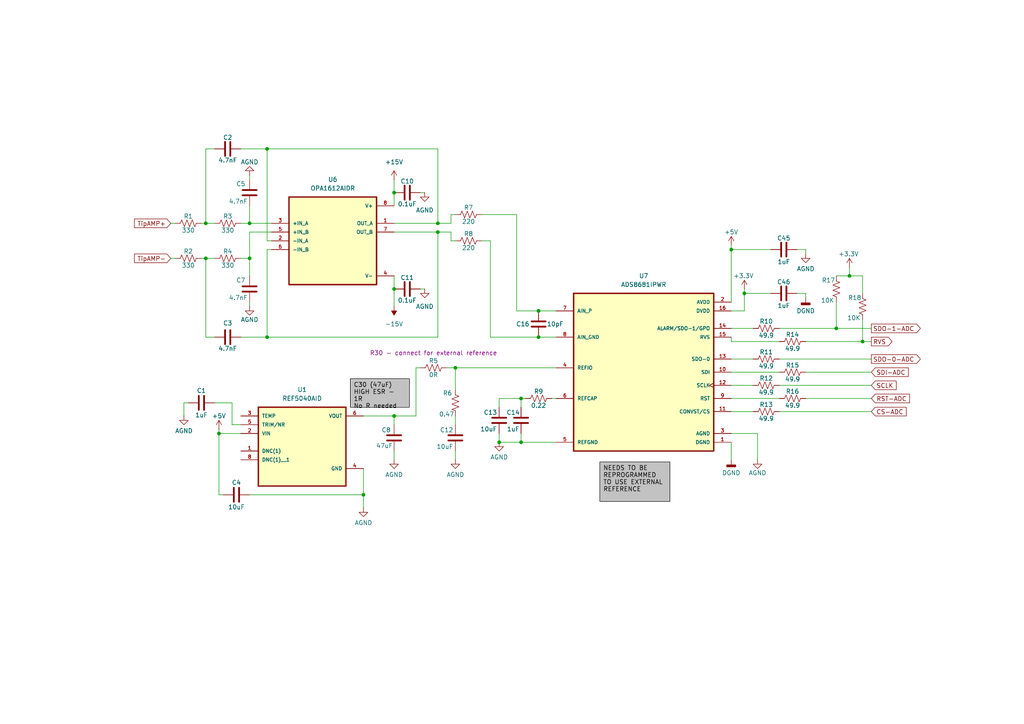
<source format=kicad_sch>
(kicad_sch
	(version 20250114)
	(generator "eeschema")
	(generator_version "9.0")
	(uuid "9f8af3be-a9c5-45eb-9b2b-9d989441a6f1")
	(paper "A4")
	(lib_symbols
		(symbol "ADS8681IPWR:ADS8681IPWR"
			(pin_names
				(offset 1.016)
			)
			(exclude_from_sim no)
			(in_bom yes)
			(on_board yes)
			(property "Reference" "U2"
				(at 0 27.94 0)
				(effects
					(font
						(size 1.27 1.27)
					)
				)
			)
			(property "Value" "ADS8681IPWR"
				(at 0 25.4 0)
				(effects
					(font
						(size 1.27 1.27)
					)
				)
			)
			(property "Footprint" "ADS8681IPWR:SOP65P640X120-16N"
				(at 0 0 0)
				(effects
					(font
						(size 1.27 1.27)
					)
					(justify bottom)
					(hide yes)
				)
			)
			(property "Datasheet" ""
				(at 0 0 0)
				(effects
					(font
						(size 1.27 1.27)
					)
					(hide yes)
				)
			)
			(property "Description" ""
				(at 0 0 0)
				(effects
					(font
						(size 1.27 1.27)
					)
					(hide yes)
				)
			)
			(property "MF" "Texas Instruments"
				(at 0 0 0)
				(effects
					(font
						(size 1.27 1.27)
					)
					(justify bottom)
					(hide yes)
				)
			)
			(property "Description_1" "16-Bit, 1-MSPS, 1-Ch SAR ADC with programmable (±12/±10/±6/±5/±2.5V) input ranges on +5V supply"
				(at 0 0 0)
				(effects
					(font
						(size 1.27 1.27)
					)
					(justify bottom)
					(hide yes)
				)
			)
			(property "Package" "TSSOP-16 Texas Instruments"
				(at 0 0 0)
				(effects
					(font
						(size 1.27 1.27)
					)
					(justify bottom)
					(hide yes)
				)
			)
			(property "Price" "None"
				(at 0 0 0)
				(effects
					(font
						(size 1.27 1.27)
					)
					(justify bottom)
					(hide yes)
				)
			)
			(property "Check_prices" "https://www.snapeda.com/parts/ADS8681IPWR/Texas+Instruments/view-part/?ref=eda"
				(at 0 0 0)
				(effects
					(font
						(size 1.27 1.27)
					)
					(justify bottom)
					(hide yes)
				)
			)
			(property "SnapEDA_Link" "https://www.snapeda.com/parts/ADS8681IPWR/Texas+Instruments/view-part/?ref=snap"
				(at 0 0 0)
				(effects
					(font
						(size 1.27 1.27)
					)
					(justify bottom)
					(hide yes)
				)
			)
			(property "MP" "ADS8681IPWR"
				(at 0 0 0)
				(effects
					(font
						(size 1.27 1.27)
					)
					(justify bottom)
					(hide yes)
				)
			)
			(property "Availability" "In Stock"
				(at 0 0 0)
				(effects
					(font
						(size 1.27 1.27)
					)
					(justify bottom)
					(hide yes)
				)
			)
			(property "Manufacturer" "Texas Instruments"
				(at 0 0 0)
				(effects
					(font
						(size 1.27 1.27)
					)
					(justify bottom)
					(hide yes)
				)
			)
			(symbol "ADS8681IPWR_0_0"
				(rectangle
					(start -20.32 22.86)
					(end 20.32 -22.86)
					(stroke
						(width 0.41)
						(type default)
					)
					(fill
						(type background)
					)
				)
				(pin input line
					(at -25.4 17.78 0)
					(length 5.08)
					(name "AIN_P"
						(effects
							(font
								(size 1.016 1.016)
							)
						)
					)
					(number "7"
						(effects
							(font
								(size 1.016 1.016)
							)
						)
					)
				)
				(pin input line
					(at -25.4 10.16 0)
					(length 5.08)
					(name "AIN_GND"
						(effects
							(font
								(size 1.016 1.016)
							)
						)
					)
					(number "8"
						(effects
							(font
								(size 1.016 1.016)
							)
						)
					)
				)
				(pin bidirectional line
					(at -25.4 1.27 0)
					(length 5.08)
					(name "REFIO"
						(effects
							(font
								(size 1.016 1.016)
							)
						)
					)
					(number "4"
						(effects
							(font
								(size 1.016 1.016)
							)
						)
					)
				)
				(pin input line
					(at -25.4 -7.62 0)
					(length 5.08)
					(name "REFCAP"
						(effects
							(font
								(size 1.016 1.016)
							)
						)
					)
					(number "6"
						(effects
							(font
								(size 1.016 1.016)
							)
						)
					)
				)
				(pin power_in line
					(at -25.4 -20.32 0)
					(length 5.08)
					(name "REFGND"
						(effects
							(font
								(size 1.016 1.016)
							)
						)
					)
					(number "5"
						(effects
							(font
								(size 1.016 1.016)
							)
						)
					)
				)
				(pin power_in line
					(at 25.4 20.32 180)
					(length 5.08)
					(name "AVDD"
						(effects
							(font
								(size 1.016 1.016)
							)
						)
					)
					(number "2"
						(effects
							(font
								(size 1.016 1.016)
							)
						)
					)
				)
				(pin power_in line
					(at 25.4 17.78 180)
					(length 5.08)
					(name "DVDD"
						(effects
							(font
								(size 1.016 1.016)
							)
						)
					)
					(number "16"
						(effects
							(font
								(size 1.016 1.016)
							)
						)
					)
				)
				(pin output line
					(at 25.4 12.7 180)
					(length 5.08)
					(name "ALARM/SDO-1/GPO"
						(effects
							(font
								(size 1.016 1.016)
							)
						)
					)
					(number "14"
						(effects
							(font
								(size 1.016 1.016)
							)
						)
					)
				)
				(pin output line
					(at 25.4 10.16 180)
					(length 5.08)
					(name "RVS"
						(effects
							(font
								(size 1.016 1.016)
							)
						)
					)
					(number "15"
						(effects
							(font
								(size 1.016 1.016)
							)
						)
					)
				)
				(pin output line
					(at 25.4 3.81 180)
					(length 5.08)
					(name "SDO-0"
						(effects
							(font
								(size 1.016 1.016)
							)
						)
					)
					(number "13"
						(effects
							(font
								(size 1.016 1.016)
							)
						)
					)
				)
				(pin input line
					(at 25.4 0 180)
					(length 5.08)
					(name "SDI"
						(effects
							(font
								(size 1.016 1.016)
							)
						)
					)
					(number "10"
						(effects
							(font
								(size 1.016 1.016)
							)
						)
					)
				)
				(pin input clock
					(at 25.4 -3.81 180)
					(length 5.08)
					(name "SCLK"
						(effects
							(font
								(size 1.016 1.016)
							)
						)
					)
					(number "12"
						(effects
							(font
								(size 1.016 1.016)
							)
						)
					)
				)
				(pin input line
					(at 25.4 -7.62 180)
					(length 5.08)
					(name "RST"
						(effects
							(font
								(size 1.016 1.016)
							)
						)
					)
					(number "9"
						(effects
							(font
								(size 1.016 1.016)
							)
						)
					)
				)
				(pin input line
					(at 25.4 -11.43 180)
					(length 5.08)
					(name "CONVST/CS"
						(effects
							(font
								(size 1.016 1.016)
							)
						)
					)
					(number "11"
						(effects
							(font
								(size 1.016 1.016)
							)
						)
					)
				)
				(pin power_in line
					(at 25.4 -17.78 180)
					(length 5.08)
					(name "AGND"
						(effects
							(font
								(size 1.016 1.016)
							)
						)
					)
					(number "3"
						(effects
							(font
								(size 1.016 1.016)
							)
						)
					)
				)
				(pin power_in line
					(at 25.4 -20.32 180)
					(length 5.08)
					(name "DGND"
						(effects
							(font
								(size 1.016 1.016)
							)
						)
					)
					(number "1"
						(effects
							(font
								(size 1.016 1.016)
							)
						)
					)
				)
			)
			(embedded_fonts no)
		)
		(symbol "Device:C"
			(pin_numbers
				(hide yes)
			)
			(pin_names
				(offset 0.254)
			)
			(exclude_from_sim no)
			(in_bom yes)
			(on_board yes)
			(property "Reference" "C"
				(at 0.635 2.54 0)
				(effects
					(font
						(size 1.27 1.27)
					)
					(justify left)
				)
			)
			(property "Value" "C"
				(at 0.635 -2.54 0)
				(effects
					(font
						(size 1.27 1.27)
					)
					(justify left)
				)
			)
			(property "Footprint" ""
				(at 0.9652 -3.81 0)
				(effects
					(font
						(size 1.27 1.27)
					)
					(hide yes)
				)
			)
			(property "Datasheet" "~"
				(at 0 0 0)
				(effects
					(font
						(size 1.27 1.27)
					)
					(hide yes)
				)
			)
			(property "Description" "Unpolarized capacitor"
				(at 0 0 0)
				(effects
					(font
						(size 1.27 1.27)
					)
					(hide yes)
				)
			)
			(property "ki_keywords" "cap capacitor"
				(at 0 0 0)
				(effects
					(font
						(size 1.27 1.27)
					)
					(hide yes)
				)
			)
			(property "ki_fp_filters" "C_*"
				(at 0 0 0)
				(effects
					(font
						(size 1.27 1.27)
					)
					(hide yes)
				)
			)
			(symbol "C_0_1"
				(polyline
					(pts
						(xy -2.032 0.762) (xy 2.032 0.762)
					)
					(stroke
						(width 0.508)
						(type default)
					)
					(fill
						(type none)
					)
				)
				(polyline
					(pts
						(xy -2.032 -0.762) (xy 2.032 -0.762)
					)
					(stroke
						(width 0.508)
						(type default)
					)
					(fill
						(type none)
					)
				)
			)
			(symbol "C_1_1"
				(pin passive line
					(at 0 3.81 270)
					(length 2.794)
					(name "~"
						(effects
							(font
								(size 1.27 1.27)
							)
						)
					)
					(number "1"
						(effects
							(font
								(size 1.27 1.27)
							)
						)
					)
				)
				(pin passive line
					(at 0 -3.81 90)
					(length 2.794)
					(name "~"
						(effects
							(font
								(size 1.27 1.27)
							)
						)
					)
					(number "2"
						(effects
							(font
								(size 1.27 1.27)
							)
						)
					)
				)
			)
			(embedded_fonts no)
		)
		(symbol "Device:R_US"
			(pin_numbers
				(hide yes)
			)
			(pin_names
				(offset 0)
			)
			(exclude_from_sim no)
			(in_bom yes)
			(on_board yes)
			(property "Reference" "R"
				(at 2.54 0 90)
				(effects
					(font
						(size 1.27 1.27)
					)
				)
			)
			(property "Value" "R_US"
				(at -2.54 0 90)
				(effects
					(font
						(size 1.27 1.27)
					)
				)
			)
			(property "Footprint" ""
				(at 1.016 -0.254 90)
				(effects
					(font
						(size 1.27 1.27)
					)
					(hide yes)
				)
			)
			(property "Datasheet" "~"
				(at 0 0 0)
				(effects
					(font
						(size 1.27 1.27)
					)
					(hide yes)
				)
			)
			(property "Description" "Resistor, US symbol"
				(at 0 0 0)
				(effects
					(font
						(size 1.27 1.27)
					)
					(hide yes)
				)
			)
			(property "ki_keywords" "R res resistor"
				(at 0 0 0)
				(effects
					(font
						(size 1.27 1.27)
					)
					(hide yes)
				)
			)
			(property "ki_fp_filters" "R_*"
				(at 0 0 0)
				(effects
					(font
						(size 1.27 1.27)
					)
					(hide yes)
				)
			)
			(symbol "R_US_0_1"
				(polyline
					(pts
						(xy 0 2.286) (xy 0 2.54)
					)
					(stroke
						(width 0)
						(type default)
					)
					(fill
						(type none)
					)
				)
				(polyline
					(pts
						(xy 0 2.286) (xy 1.016 1.905) (xy 0 1.524) (xy -1.016 1.143) (xy 0 0.762)
					)
					(stroke
						(width 0)
						(type default)
					)
					(fill
						(type none)
					)
				)
				(polyline
					(pts
						(xy 0 0.762) (xy 1.016 0.381) (xy 0 0) (xy -1.016 -0.381) (xy 0 -0.762)
					)
					(stroke
						(width 0)
						(type default)
					)
					(fill
						(type none)
					)
				)
				(polyline
					(pts
						(xy 0 -0.762) (xy 1.016 -1.143) (xy 0 -1.524) (xy -1.016 -1.905) (xy 0 -2.286)
					)
					(stroke
						(width 0)
						(type default)
					)
					(fill
						(type none)
					)
				)
				(polyline
					(pts
						(xy 0 -2.286) (xy 0 -2.54)
					)
					(stroke
						(width 0)
						(type default)
					)
					(fill
						(type none)
					)
				)
			)
			(symbol "R_US_1_1"
				(pin passive line
					(at 0 3.81 270)
					(length 1.27)
					(name "~"
						(effects
							(font
								(size 1.27 1.27)
							)
						)
					)
					(number "1"
						(effects
							(font
								(size 1.27 1.27)
							)
						)
					)
				)
				(pin passive line
					(at 0 -3.81 90)
					(length 1.27)
					(name "~"
						(effects
							(font
								(size 1.27 1.27)
							)
						)
					)
					(number "2"
						(effects
							(font
								(size 1.27 1.27)
							)
						)
					)
				)
			)
			(embedded_fonts no)
		)
		(symbol "OPA1612AIDR:OPA1612AIDR"
			(pin_names
				(offset 1.016)
			)
			(exclude_from_sim no)
			(in_bom yes)
			(on_board yes)
			(property "Reference" "U"
				(at -12.7 13.7 0)
				(effects
					(font
						(size 1.27 1.27)
					)
					(justify left bottom)
				)
			)
			(property "Value" "OPA1612AIDR"
				(at -12.7 -16.7 0)
				(effects
					(font
						(size 1.27 1.27)
					)
					(justify left bottom)
				)
			)
			(property "Footprint" "OPA1612AIDR:SOIC127P599X175-8N"
				(at 0 0 0)
				(effects
					(font
						(size 1.27 1.27)
					)
					(justify bottom)
					(hide yes)
				)
			)
			(property "Datasheet" ""
				(at 0 0 0)
				(effects
					(font
						(size 1.27 1.27)
					)
					(hide yes)
				)
			)
			(property "Description" ""
				(at 0 0 0)
				(effects
					(font
						(size 1.27 1.27)
					)
					(hide yes)
				)
			)
			(property "MF" "Texas Instruments"
				(at 0 0 0)
				(effects
					(font
						(size 1.27 1.27)
					)
					(justify bottom)
					(hide yes)
				)
			)
			(property "Description_1" "SoundPlus™ Audio Operational Amplifier with 1.1nV/√Hz Noise, Low THD and Precision"
				(at 0 0 0)
				(effects
					(font
						(size 1.27 1.27)
					)
					(justify bottom)
					(hide yes)
				)
			)
			(property "Package" "SOIC-8 Texas Instruments"
				(at 0 0 0)
				(effects
					(font
						(size 1.27 1.27)
					)
					(justify bottom)
					(hide yes)
				)
			)
			(property "Price" "None"
				(at 0 0 0)
				(effects
					(font
						(size 1.27 1.27)
					)
					(justify bottom)
					(hide yes)
				)
			)
			(property "SnapEDA_Link" "https://www.snapeda.com/parts/OPA1612AIDR/Texas+Instruments/view-part/?ref=snap"
				(at 0 0 0)
				(effects
					(font
						(size 1.27 1.27)
					)
					(justify bottom)
					(hide yes)
				)
			)
			(property "MP" "OPA1612AIDR"
				(at 0 0 0)
				(effects
					(font
						(size 1.27 1.27)
					)
					(justify bottom)
					(hide yes)
				)
			)
			(property "Availability" "In Stock"
				(at 0 0 0)
				(effects
					(font
						(size 1.27 1.27)
					)
					(justify bottom)
					(hide yes)
				)
			)
			(property "Check_prices" "https://www.snapeda.com/parts/OPA1612AIDR/Texas+Instruments/view-part/?ref=eda"
				(at 0 0 0)
				(effects
					(font
						(size 1.27 1.27)
					)
					(justify bottom)
					(hide yes)
				)
			)
			(symbol "OPA1612AIDR_0_0"
				(rectangle
					(start -12.7 -12.7)
					(end 12.7 12.7)
					(stroke
						(width 0.41)
						(type default)
					)
					(fill
						(type background)
					)
				)
				(pin input line
					(at -17.78 5.08 0)
					(length 5.08)
					(name "+IN_A"
						(effects
							(font
								(size 1.016 1.016)
							)
						)
					)
					(number "3"
						(effects
							(font
								(size 1.016 1.016)
							)
						)
					)
				)
				(pin input line
					(at -17.78 2.54 0)
					(length 5.08)
					(name "+IN_B"
						(effects
							(font
								(size 1.016 1.016)
							)
						)
					)
					(number "5"
						(effects
							(font
								(size 1.016 1.016)
							)
						)
					)
				)
				(pin input line
					(at -17.78 0 0)
					(length 5.08)
					(name "-IN_A"
						(effects
							(font
								(size 1.016 1.016)
							)
						)
					)
					(number "2"
						(effects
							(font
								(size 1.016 1.016)
							)
						)
					)
				)
				(pin input line
					(at -17.78 -2.54 0)
					(length 5.08)
					(name "-IN_B"
						(effects
							(font
								(size 1.016 1.016)
							)
						)
					)
					(number "6"
						(effects
							(font
								(size 1.016 1.016)
							)
						)
					)
				)
				(pin power_in line
					(at 17.78 10.16 180)
					(length 5.08)
					(name "V+"
						(effects
							(font
								(size 1.016 1.016)
							)
						)
					)
					(number "8"
						(effects
							(font
								(size 1.016 1.016)
							)
						)
					)
				)
				(pin output line
					(at 17.78 5.08 180)
					(length 5.08)
					(name "OUT_A"
						(effects
							(font
								(size 1.016 1.016)
							)
						)
					)
					(number "1"
						(effects
							(font
								(size 1.016 1.016)
							)
						)
					)
				)
				(pin output line
					(at 17.78 2.54 180)
					(length 5.08)
					(name "OUT_B"
						(effects
							(font
								(size 1.016 1.016)
							)
						)
					)
					(number "7"
						(effects
							(font
								(size 1.016 1.016)
							)
						)
					)
				)
				(pin power_in line
					(at 17.78 -10.16 180)
					(length 5.08)
					(name "V-"
						(effects
							(font
								(size 1.016 1.016)
							)
						)
					)
					(number "4"
						(effects
							(font
								(size 1.016 1.016)
							)
						)
					)
				)
			)
			(embedded_fonts no)
		)
		(symbol "REF5040AID:REF5040AID"
			(pin_names
				(offset 1.016)
			)
			(exclude_from_sim no)
			(in_bom yes)
			(on_board yes)
			(property "Reference" "U"
				(at -12.7 11.16 0)
				(effects
					(font
						(size 1.27 1.27)
					)
					(justify left bottom)
				)
			)
			(property "Value" "REF5040AID"
				(at -12.7 -16.7 0)
				(effects
					(font
						(size 1.27 1.27)
					)
					(justify left bottom)
				)
			)
			(property "Footprint" "REF5040AID:SOIC127P599X175-8N"
				(at 0 0 0)
				(effects
					(font
						(size 1.27 1.27)
					)
					(justify bottom)
					(hide yes)
				)
			)
			(property "Datasheet" ""
				(at 0 0 0)
				(effects
					(font
						(size 1.27 1.27)
					)
					(hide yes)
				)
			)
			(property "Description" ""
				(at 0 0 0)
				(effects
					(font
						(size 1.27 1.27)
					)
					(hide yes)
				)
			)
			(property "DigiKey_Part_Number" "296-22207-5-ND"
				(at 0 0 0)
				(effects
					(font
						(size 1.27 1.27)
					)
					(justify bottom)
					(hide yes)
				)
			)
			(property "SnapEDA_Link" "https://www.snapeda.com/parts/REF5040AID/Texas+Instruments/view-part/?ref=snap"
				(at 0 0 0)
				(effects
					(font
						(size 1.27 1.27)
					)
					(justify bottom)
					(hide yes)
				)
			)
			(property "Description_1" "4.096-V, 3-µVpp/V noise, 3-ppm/°C drift precision series voltage reference"
				(at 0 0 0)
				(effects
					(font
						(size 1.27 1.27)
					)
					(justify bottom)
					(hide yes)
				)
			)
			(property "MF" "Texas Instruments"
				(at 0 0 0)
				(effects
					(font
						(size 1.27 1.27)
					)
					(justify bottom)
					(hide yes)
				)
			)
			(property "Package" "SOIC-8 Texas Instruments"
				(at 0 0 0)
				(effects
					(font
						(size 1.27 1.27)
					)
					(justify bottom)
					(hide yes)
				)
			)
			(property "Check_prices" "https://www.snapeda.com/parts/REF5040AID/Texas+Instruments/view-part/?ref=eda"
				(at 0 0 0)
				(effects
					(font
						(size 1.27 1.27)
					)
					(justify bottom)
					(hide yes)
				)
			)
			(property "MP" "REF5040AID"
				(at 0 0 0)
				(effects
					(font
						(size 1.27 1.27)
					)
					(justify bottom)
					(hide yes)
				)
			)
			(symbol "REF5040AID_0_0"
				(rectangle
					(start -12.7 -12.7)
					(end 12.7 10.16)
					(stroke
						(width 0.41)
						(type default)
					)
					(fill
						(type background)
					)
				)
				(pin input line
					(at -17.78 7.62 0)
					(length 5.08)
					(name "TEMP"
						(effects
							(font
								(size 1.016 1.016)
							)
						)
					)
					(number "3"
						(effects
							(font
								(size 1.016 1.016)
							)
						)
					)
				)
				(pin input line
					(at -17.78 5.08 0)
					(length 5.08)
					(name "TRIM/NR"
						(effects
							(font
								(size 1.016 1.016)
							)
						)
					)
					(number "5"
						(effects
							(font
								(size 1.016 1.016)
							)
						)
					)
				)
				(pin input line
					(at -17.78 2.54 0)
					(length 5.08)
					(name "VIN"
						(effects
							(font
								(size 1.016 1.016)
							)
						)
					)
					(number "2"
						(effects
							(font
								(size 1.016 1.016)
							)
						)
					)
				)
				(pin bidirectional line
					(at -17.78 -2.54 0)
					(length 5.08)
					(name "DNC(1)"
						(effects
							(font
								(size 1.016 1.016)
							)
						)
					)
					(number "1"
						(effects
							(font
								(size 1.016 1.016)
							)
						)
					)
				)
				(pin bidirectional line
					(at -17.78 -5.08 0)
					(length 5.08)
					(name "DNC(1)__1"
						(effects
							(font
								(size 1.016 1.016)
							)
						)
					)
					(number "8"
						(effects
							(font
								(size 1.016 1.016)
							)
						)
					)
				)
				(pin output line
					(at 17.78 7.62 180)
					(length 5.08)
					(name "VOUT"
						(effects
							(font
								(size 1.016 1.016)
							)
						)
					)
					(number "6"
						(effects
							(font
								(size 1.016 1.016)
							)
						)
					)
				)
				(pin power_in line
					(at 17.78 -7.62 180)
					(length 5.08)
					(name "GND"
						(effects
							(font
								(size 1.016 1.016)
							)
						)
					)
					(number "4"
						(effects
							(font
								(size 1.016 1.016)
							)
						)
					)
				)
			)
			(embedded_fonts no)
		)
		(symbol "power:+15V"
			(power)
			(pin_numbers
				(hide yes)
			)
			(pin_names
				(offset 0)
				(hide yes)
			)
			(exclude_from_sim no)
			(in_bom yes)
			(on_board yes)
			(property "Reference" "#PWR"
				(at 0 -3.81 0)
				(effects
					(font
						(size 1.27 1.27)
					)
					(hide yes)
				)
			)
			(property "Value" "+15V"
				(at 0 3.556 0)
				(effects
					(font
						(size 1.27 1.27)
					)
				)
			)
			(property "Footprint" ""
				(at 0 0 0)
				(effects
					(font
						(size 1.27 1.27)
					)
					(hide yes)
				)
			)
			(property "Datasheet" ""
				(at 0 0 0)
				(effects
					(font
						(size 1.27 1.27)
					)
					(hide yes)
				)
			)
			(property "Description" "Power symbol creates a global label with name \"+15V\""
				(at 0 0 0)
				(effects
					(font
						(size 1.27 1.27)
					)
					(hide yes)
				)
			)
			(property "ki_keywords" "global power"
				(at 0 0 0)
				(effects
					(font
						(size 1.27 1.27)
					)
					(hide yes)
				)
			)
			(symbol "+15V_0_1"
				(polyline
					(pts
						(xy -0.762 1.27) (xy 0 2.54)
					)
					(stroke
						(width 0)
						(type default)
					)
					(fill
						(type none)
					)
				)
				(polyline
					(pts
						(xy 0 2.54) (xy 0.762 1.27)
					)
					(stroke
						(width 0)
						(type default)
					)
					(fill
						(type none)
					)
				)
				(polyline
					(pts
						(xy 0 0) (xy 0 2.54)
					)
					(stroke
						(width 0)
						(type default)
					)
					(fill
						(type none)
					)
				)
			)
			(symbol "+15V_1_1"
				(pin power_in line
					(at 0 0 90)
					(length 0)
					(name "~"
						(effects
							(font
								(size 1.27 1.27)
							)
						)
					)
					(number "1"
						(effects
							(font
								(size 1.27 1.27)
							)
						)
					)
				)
			)
			(embedded_fonts no)
		)
		(symbol "power:-15V"
			(power)
			(pin_numbers
				(hide yes)
			)
			(pin_names
				(offset 0)
				(hide yes)
			)
			(exclude_from_sim no)
			(in_bom yes)
			(on_board yes)
			(property "Reference" "#PWR"
				(at 0 -3.81 0)
				(effects
					(font
						(size 1.27 1.27)
					)
					(hide yes)
				)
			)
			(property "Value" "-15V"
				(at 0 3.556 0)
				(effects
					(font
						(size 1.27 1.27)
					)
				)
			)
			(property "Footprint" ""
				(at 0 0 0)
				(effects
					(font
						(size 1.27 1.27)
					)
					(hide yes)
				)
			)
			(property "Datasheet" ""
				(at 0 0 0)
				(effects
					(font
						(size 1.27 1.27)
					)
					(hide yes)
				)
			)
			(property "Description" "Power symbol creates a global label with name \"-15V\""
				(at 0 0 0)
				(effects
					(font
						(size 1.27 1.27)
					)
					(hide yes)
				)
			)
			(property "ki_keywords" "global power"
				(at 0 0 0)
				(effects
					(font
						(size 1.27 1.27)
					)
					(hide yes)
				)
			)
			(symbol "-15V_0_0"
				(pin power_in line
					(at 0 0 90)
					(length 0)
					(name "~"
						(effects
							(font
								(size 1.27 1.27)
							)
						)
					)
					(number "1"
						(effects
							(font
								(size 1.27 1.27)
							)
						)
					)
				)
			)
			(symbol "-15V_0_1"
				(polyline
					(pts
						(xy 0 0) (xy 0 1.27) (xy 0.762 1.27) (xy 0 2.54) (xy -0.762 1.27) (xy 0 1.27)
					)
					(stroke
						(width 0)
						(type default)
					)
					(fill
						(type outline)
					)
				)
			)
			(embedded_fonts no)
		)
		(symbol "power:GNDA"
			(power)
			(pin_numbers
				(hide yes)
			)
			(pin_names
				(offset 0)
				(hide yes)
			)
			(exclude_from_sim no)
			(in_bom yes)
			(on_board yes)
			(property "Reference" "#PWR"
				(at 0 -6.35 0)
				(effects
					(font
						(size 1.27 1.27)
					)
					(hide yes)
				)
			)
			(property "Value" "GNDA"
				(at 0 -3.81 0)
				(effects
					(font
						(size 1.27 1.27)
					)
				)
			)
			(property "Footprint" ""
				(at 0 0 0)
				(effects
					(font
						(size 1.27 1.27)
					)
					(hide yes)
				)
			)
			(property "Datasheet" ""
				(at 0 0 0)
				(effects
					(font
						(size 1.27 1.27)
					)
					(hide yes)
				)
			)
			(property "Description" "Power symbol creates a global label with name \"GNDA\" , analog ground"
				(at 0 0 0)
				(effects
					(font
						(size 1.27 1.27)
					)
					(hide yes)
				)
			)
			(property "ki_keywords" "global power"
				(at 0 0 0)
				(effects
					(font
						(size 1.27 1.27)
					)
					(hide yes)
				)
			)
			(symbol "GNDA_0_1"
				(polyline
					(pts
						(xy 0 0) (xy 0 -1.27) (xy 1.27 -1.27) (xy 0 -2.54) (xy -1.27 -1.27) (xy 0 -1.27)
					)
					(stroke
						(width 0)
						(type default)
					)
					(fill
						(type none)
					)
				)
			)
			(symbol "GNDA_1_1"
				(pin power_in line
					(at 0 0 270)
					(length 0)
					(name "~"
						(effects
							(font
								(size 1.27 1.27)
							)
						)
					)
					(number "1"
						(effects
							(font
								(size 1.27 1.27)
							)
						)
					)
				)
			)
			(embedded_fonts no)
		)
		(symbol "power:GNDD"
			(power)
			(pin_numbers
				(hide yes)
			)
			(pin_names
				(offset 0)
				(hide yes)
			)
			(exclude_from_sim no)
			(in_bom yes)
			(on_board yes)
			(property "Reference" "#PWR"
				(at 0 -6.35 0)
				(effects
					(font
						(size 1.27 1.27)
					)
					(hide yes)
				)
			)
			(property "Value" "GNDD"
				(at 0 -3.175 0)
				(effects
					(font
						(size 1.27 1.27)
					)
				)
			)
			(property "Footprint" ""
				(at 0 0 0)
				(effects
					(font
						(size 1.27 1.27)
					)
					(hide yes)
				)
			)
			(property "Datasheet" ""
				(at 0 0 0)
				(effects
					(font
						(size 1.27 1.27)
					)
					(hide yes)
				)
			)
			(property "Description" "Power symbol creates a global label with name \"GNDD\" , digital ground"
				(at 0 0 0)
				(effects
					(font
						(size 1.27 1.27)
					)
					(hide yes)
				)
			)
			(property "ki_keywords" "global power"
				(at 0 0 0)
				(effects
					(font
						(size 1.27 1.27)
					)
					(hide yes)
				)
			)
			(symbol "GNDD_0_1"
				(rectangle
					(start -1.27 -1.524)
					(end 1.27 -2.032)
					(stroke
						(width 0.254)
						(type default)
					)
					(fill
						(type outline)
					)
				)
				(polyline
					(pts
						(xy 0 0) (xy 0 -1.524)
					)
					(stroke
						(width 0)
						(type default)
					)
					(fill
						(type none)
					)
				)
			)
			(symbol "GNDD_1_1"
				(pin power_in line
					(at 0 0 270)
					(length 0)
					(name "~"
						(effects
							(font
								(size 1.27 1.27)
							)
						)
					)
					(number "1"
						(effects
							(font
								(size 1.27 1.27)
							)
						)
					)
				)
			)
			(embedded_fonts no)
		)
	)
	(text_box "NEEDS TO BE REPROGRAMMED TO USE EXTERNAL REFERENCE"
		(exclude_from_sim no)
		(at 173.99 133.985 0)
		(size 20.32 11.43)
		(margins 0.9525 0.9525 0.9525 0.9525)
		(stroke
			(width 0)
			(type solid)
			(color 0 0 0 1)
		)
		(fill
			(type color)
			(color 194 194 194 1)
		)
		(effects
			(font
				(size 1.27 1.27)
				(color 0 0 0 1)
			)
			(justify left top)
		)
		(uuid "3de52148-8aa6-4054-adb8-5aec3c11f52d")
	)
	(text_box "C30 (47uF)\nHIGH ESR - 1R\nNo R needed\n"
		(exclude_from_sim no)
		(at 101.6 109.855 0)
		(size 17.145 8.255)
		(margins 0.9525 0.9525 0.9525 0.9525)
		(stroke
			(width 0)
			(type solid)
			(color 0 0 0 1)
		)
		(fill
			(type color)
			(color 194 194 194 1)
		)
		(effects
			(font
				(size 1.27 1.27)
				(color 0 0 0 1)
			)
			(justify left top)
		)
		(uuid "9fe01bde-1562-4dce-a332-b5686b435170")
	)
	(junction
		(at 215.9 85.09)
		(diameter 0)
		(color 0 0 0 0)
		(uuid "0c0466f3-b853-4211-88d0-87010cf8234a")
	)
	(junction
		(at 246.38 80.01)
		(diameter 0)
		(color 0 0 0 0)
		(uuid "102d50da-9ca1-4776-8932-ccc5a974bacc")
	)
	(junction
		(at 151.13 115.57)
		(diameter 0)
		(color 0 0 0 0)
		(uuid "1695f229-af83-4c7b-aa66-350bd7ed9324")
	)
	(junction
		(at 144.78 128.27)
		(diameter 0)
		(color 0 0 0 0)
		(uuid "2bca6c1c-cea1-4d79-afc0-4c4f99fb4c3f")
	)
	(junction
		(at 114.3 120.65)
		(diameter 0)
		(color 0 0 0 0)
		(uuid "348177de-7b3c-47ab-96d3-e3017ff80777")
	)
	(junction
		(at 114.3 55.88)
		(diameter 0)
		(color 0 0 0 0)
		(uuid "37b39eb9-9afd-46ed-84b0-42a7d4e49995")
	)
	(junction
		(at 77.47 97.79)
		(diameter 0)
		(color 0 0 0 0)
		(uuid "3a944a02-fa91-4d97-8cf3-1af621e8c7b1")
	)
	(junction
		(at 59.69 64.77)
		(diameter 0)
		(color 0 0 0 0)
		(uuid "51d5047b-ceea-4a80-b9ff-06df72ff4607")
	)
	(junction
		(at 156.21 97.79)
		(diameter 0)
		(color 0 0 0 0)
		(uuid "539ffd81-5c65-4855-ae91-f42247b71946")
	)
	(junction
		(at 156.21 90.17)
		(diameter 0)
		(color 0 0 0 0)
		(uuid "5f06281f-71fc-4864-8b75-eac7561be579")
	)
	(junction
		(at 212.09 72.39)
		(diameter 0)
		(color 0 0 0 0)
		(uuid "5fb78d0d-285d-451b-8bfc-27f09a4fd977")
	)
	(junction
		(at 151.13 128.27)
		(diameter 0)
		(color 0 0 0 0)
		(uuid "8d8b5cc5-36cf-4ffc-b1b0-06f76d70b3fc")
	)
	(junction
		(at 105.41 143.51)
		(diameter 0)
		(color 0 0 0 0)
		(uuid "932b4083-09f4-4c90-8a0d-980d0dc4916a")
	)
	(junction
		(at 127 64.77)
		(diameter 0)
		(color 0 0 0 0)
		(uuid "9d0887cd-7c7a-45ca-8ef6-1dad7e4b66cc")
	)
	(junction
		(at 72.39 74.93)
		(diameter 0)
		(color 0 0 0 0)
		(uuid "b68fc932-4036-41c6-9c83-651063745d33")
	)
	(junction
		(at 250.19 99.06)
		(diameter 0)
		(color 0 0 0 0)
		(uuid "c46965c7-d60d-4ef5-9ce1-9bdb30d640e8")
	)
	(junction
		(at 77.47 43.18)
		(diameter 0)
		(color 0 0 0 0)
		(uuid "ce70d502-adb4-440e-bde3-1ff37b5d3be9")
	)
	(junction
		(at 59.69 74.93)
		(diameter 0)
		(color 0 0 0 0)
		(uuid "e53fe16c-754a-4030-9c00-9bb85b267e92")
	)
	(junction
		(at 132.08 106.68)
		(diameter 0)
		(color 0 0 0 0)
		(uuid "e6f4964b-de7d-4e33-a3fd-93ad6b2e3da9")
	)
	(junction
		(at 242.57 95.25)
		(diameter 0)
		(color 0 0 0 0)
		(uuid "e8a1c328-6015-4184-8e05-ca206e8125dd")
	)
	(junction
		(at 63.5 125.73)
		(diameter 0)
		(color 0 0 0 0)
		(uuid "ea76d6d3-76ed-4e53-8917-5459f7afa378")
	)
	(junction
		(at 127 67.31)
		(diameter 0)
		(color 0 0 0 0)
		(uuid "f25046d4-6dc1-4362-9eaa-82d7f13d3d03")
	)
	(junction
		(at 114.3 83.82)
		(diameter 0)
		(color 0 0 0 0)
		(uuid "f33ccd05-bfd3-4fa9-a5a3-16a2fcb1819c")
	)
	(junction
		(at 72.39 64.77)
		(diameter 0)
		(color 0 0 0 0)
		(uuid "fa8aea4e-739b-453c-83ee-cecb571d8c96")
	)
	(wire
		(pts
			(xy 67.31 123.19) (xy 69.85 123.19)
		)
		(stroke
			(width 0)
			(type default)
		)
		(uuid "03fdeddd-38ce-4227-897f-f64cfc58335f")
	)
	(wire
		(pts
			(xy 53.34 116.84) (xy 54.61 116.84)
		)
		(stroke
			(width 0)
			(type default)
		)
		(uuid "097e3d9a-6cbc-443d-9454-a6a23a2830f9")
	)
	(wire
		(pts
			(xy 114.3 130.81) (xy 114.3 133.35)
		)
		(stroke
			(width 0)
			(type default)
		)
		(uuid "0a6d7235-d014-4124-8a84-2b0c8f4338f7")
	)
	(wire
		(pts
			(xy 132.08 106.68) (xy 132.08 113.03)
		)
		(stroke
			(width 0)
			(type default)
		)
		(uuid "0b7d6549-8421-43e2-b1e7-d9531b52b7ae")
	)
	(wire
		(pts
			(xy 72.39 80.01) (xy 72.39 74.93)
		)
		(stroke
			(width 0)
			(type default)
		)
		(uuid "0fc4c5f3-18f3-41b0-9b5f-5086c139f80a")
	)
	(wire
		(pts
			(xy 233.68 99.06) (xy 250.19 99.06)
		)
		(stroke
			(width 0)
			(type default)
		)
		(uuid "1132abf1-63f8-48d3-9638-d79fe2ef7a68")
	)
	(wire
		(pts
			(xy 226.06 99.06) (xy 212.09 99.06)
		)
		(stroke
			(width 0)
			(type default)
		)
		(uuid "12755f34-1605-434d-bc2c-5926fddfdcfb")
	)
	(wire
		(pts
			(xy 72.39 50.8) (xy 72.39 52.07)
		)
		(stroke
			(width 0)
			(type default)
		)
		(uuid "13520d03-49e8-43f7-b6a8-088f99a65142")
	)
	(wire
		(pts
			(xy 219.71 125.73) (xy 212.09 125.73)
		)
		(stroke
			(width 0)
			(type default)
		)
		(uuid "13dc03f4-15bf-479a-ac78-9f0ba9408e1d")
	)
	(wire
		(pts
			(xy 233.68 85.09) (xy 233.68 86.36)
		)
		(stroke
			(width 0)
			(type default)
		)
		(uuid "14577f3c-db61-4da6-935c-04cd794e0347")
	)
	(wire
		(pts
			(xy 77.47 69.85) (xy 78.74 69.85)
		)
		(stroke
			(width 0)
			(type default)
		)
		(uuid "1502df3b-d719-4b9a-a554-1981d98e9728")
	)
	(wire
		(pts
			(xy 59.69 64.77) (xy 59.69 43.18)
		)
		(stroke
			(width 0)
			(type default)
		)
		(uuid "184b96a0-07b0-4651-a8ea-b1f019defd41")
	)
	(wire
		(pts
			(xy 151.13 115.57) (xy 152.4 115.57)
		)
		(stroke
			(width 0)
			(type default)
		)
		(uuid "197fc436-833c-452a-8122-8feac4a3c588")
	)
	(wire
		(pts
			(xy 72.39 59.69) (xy 72.39 64.77)
		)
		(stroke
			(width 0)
			(type default)
		)
		(uuid "1a5d3987-12af-40be-b605-dd0483869b13")
	)
	(wire
		(pts
			(xy 114.3 123.19) (xy 114.3 120.65)
		)
		(stroke
			(width 0)
			(type default)
		)
		(uuid "1b5148ba-884f-4fc5-bd15-f11ac176646c")
	)
	(wire
		(pts
			(xy 114.3 83.82) (xy 114.3 88.9)
		)
		(stroke
			(width 0)
			(type default)
		)
		(uuid "1c56777b-af6f-4b53-bf81-df63354b2441")
	)
	(wire
		(pts
			(xy 72.39 64.77) (xy 78.74 64.77)
		)
		(stroke
			(width 0)
			(type default)
		)
		(uuid "208c107f-fd61-446a-9936-3be03528bf45")
	)
	(wire
		(pts
			(xy 212.09 119.38) (xy 218.44 119.38)
		)
		(stroke
			(width 0)
			(type default)
		)
		(uuid "20a48987-7fd2-4a57-8e38-1a12a2c277a8")
	)
	(wire
		(pts
			(xy 242.57 95.25) (xy 252.73 95.25)
		)
		(stroke
			(width 0)
			(type default)
		)
		(uuid "2319b2d5-4c85-498c-bc0e-8906f8380af0")
	)
	(wire
		(pts
			(xy 59.69 74.93) (xy 62.23 74.93)
		)
		(stroke
			(width 0)
			(type default)
		)
		(uuid "260f5777-7384-4dc6-b83c-caafdec46656")
	)
	(wire
		(pts
			(xy 127 43.18) (xy 127 64.77)
		)
		(stroke
			(width 0)
			(type default)
		)
		(uuid "27c477eb-0a47-4f6b-ac48-1b7f86c6f9b3")
	)
	(wire
		(pts
			(xy 233.68 72.39) (xy 233.68 73.66)
		)
		(stroke
			(width 0)
			(type default)
		)
		(uuid "28de5bbe-9227-4dcb-bf4b-13b2aef31767")
	)
	(wire
		(pts
			(xy 77.47 97.79) (xy 77.47 72.39)
		)
		(stroke
			(width 0)
			(type default)
		)
		(uuid "30dec08b-e54f-4d5d-b1b2-cd409124cbcf")
	)
	(wire
		(pts
			(xy 59.69 97.79) (xy 59.69 74.93)
		)
		(stroke
			(width 0)
			(type default)
		)
		(uuid "35af2ba7-3766-4585-b6ea-4a7c4920ce95")
	)
	(wire
		(pts
			(xy 49.53 64.77) (xy 50.8 64.77)
		)
		(stroke
			(width 0)
			(type default)
		)
		(uuid "35b2ae4c-0200-44c3-be13-4a6deb8ec062")
	)
	(wire
		(pts
			(xy 250.19 85.09) (xy 250.19 80.01)
		)
		(stroke
			(width 0)
			(type default)
		)
		(uuid "3863c007-b2dc-4deb-9a31-66e918038dbe")
	)
	(wire
		(pts
			(xy 105.41 135.89) (xy 105.41 143.51)
		)
		(stroke
			(width 0)
			(type default)
		)
		(uuid "3f9d69af-a1fa-4869-94c0-98b2f6d6ae87")
	)
	(wire
		(pts
			(xy 77.47 97.79) (xy 127 97.79)
		)
		(stroke
			(width 0)
			(type default)
		)
		(uuid "459c396d-3d07-411b-9b12-819ca6b398d1")
	)
	(wire
		(pts
			(xy 105.41 143.51) (xy 105.41 147.32)
		)
		(stroke
			(width 0)
			(type default)
		)
		(uuid "47dfd5ea-1be7-473d-9a1e-1686e27fe6ac")
	)
	(wire
		(pts
			(xy 246.38 77.47) (xy 246.38 80.01)
		)
		(stroke
			(width 0)
			(type default)
		)
		(uuid "47fcb60d-82bd-43c0-904b-0afbf4247bc6")
	)
	(wire
		(pts
			(xy 250.19 92.71) (xy 250.19 99.06)
		)
		(stroke
			(width 0)
			(type default)
		)
		(uuid "48c696f7-aa64-4fc1-a2cd-4d5a95574d97")
	)
	(wire
		(pts
			(xy 212.09 95.25) (xy 218.44 95.25)
		)
		(stroke
			(width 0)
			(type default)
		)
		(uuid "4b50dbb9-7ee8-462f-bdc5-408fb08caafe")
	)
	(wire
		(pts
			(xy 58.42 64.77) (xy 59.69 64.77)
		)
		(stroke
			(width 0)
			(type default)
		)
		(uuid "4e5582e0-1116-41e5-be3b-dc542f405b15")
	)
	(wire
		(pts
			(xy 226.06 111.76) (xy 252.73 111.76)
		)
		(stroke
			(width 0)
			(type default)
		)
		(uuid "4f07e694-08bc-41ba-86ff-4b6794029d7c")
	)
	(wire
		(pts
			(xy 72.39 87.63) (xy 72.39 88.9)
		)
		(stroke
			(width 0)
			(type default)
		)
		(uuid "4fadce5a-9263-41b7-b961-4506c74bfad7")
	)
	(wire
		(pts
			(xy 226.06 119.38) (xy 252.73 119.38)
		)
		(stroke
			(width 0)
			(type default)
		)
		(uuid "5adafe1f-fb76-4c70-a164-c9b70bdc269d")
	)
	(wire
		(pts
			(xy 114.3 64.77) (xy 127 64.77)
		)
		(stroke
			(width 0)
			(type default)
		)
		(uuid "5cfb9044-325d-4726-ac4d-6850cb47e4fa")
	)
	(wire
		(pts
			(xy 233.68 115.57) (xy 252.73 115.57)
		)
		(stroke
			(width 0)
			(type default)
		)
		(uuid "5d0b680b-891b-4321-8dfe-59e70b275987")
	)
	(wire
		(pts
			(xy 132.08 106.68) (xy 161.29 106.68)
		)
		(stroke
			(width 0)
			(type default)
		)
		(uuid "5d7b1cb2-d680-4f33-a972-84843354fd40")
	)
	(wire
		(pts
			(xy 139.7 62.23) (xy 149.86 62.23)
		)
		(stroke
			(width 0)
			(type default)
		)
		(uuid "5ee5c14e-d7ac-40c5-bc1b-1fd1e5c14e8a")
	)
	(wire
		(pts
			(xy 123.19 83.82) (xy 121.92 83.82)
		)
		(stroke
			(width 0)
			(type default)
		)
		(uuid "638963a3-04ff-456d-9821-43af8d4babd9")
	)
	(wire
		(pts
			(xy 142.24 69.85) (xy 142.24 97.79)
		)
		(stroke
			(width 0)
			(type default)
		)
		(uuid "65378e8a-b017-4296-acc6-f3e5a3b87999")
	)
	(wire
		(pts
			(xy 130.81 69.85) (xy 132.08 69.85)
		)
		(stroke
			(width 0)
			(type default)
		)
		(uuid "678d2632-c64a-459f-aa69-29c79d0af0fe")
	)
	(wire
		(pts
			(xy 132.08 130.81) (xy 132.08 133.35)
		)
		(stroke
			(width 0)
			(type default)
		)
		(uuid "67e31e65-28a1-4a13-a1de-7f0addcc71bd")
	)
	(wire
		(pts
			(xy 72.39 67.31) (xy 72.39 74.93)
		)
		(stroke
			(width 0)
			(type default)
		)
		(uuid "692e4115-1ae7-458d-94cf-3bb7f3bd2f94")
	)
	(wire
		(pts
			(xy 120.65 120.65) (xy 114.3 120.65)
		)
		(stroke
			(width 0)
			(type default)
		)
		(uuid "699276ea-b1cd-4a17-aaef-f0c981788dba")
	)
	(wire
		(pts
			(xy 226.06 104.14) (xy 252.73 104.14)
		)
		(stroke
			(width 0)
			(type default)
		)
		(uuid "6c979d20-a8db-45d1-a1a9-77a9e8dc6de4")
	)
	(wire
		(pts
			(xy 144.78 115.57) (xy 151.13 115.57)
		)
		(stroke
			(width 0)
			(type default)
		)
		(uuid "6cc07838-30a8-439a-9ccb-703611c2de61")
	)
	(wire
		(pts
			(xy 129.54 106.68) (xy 132.08 106.68)
		)
		(stroke
			(width 0)
			(type default)
		)
		(uuid "6da6fff1-8431-4dab-acc8-dc4e89c0c737")
	)
	(wire
		(pts
			(xy 212.09 128.27) (xy 212.09 133.35)
		)
		(stroke
			(width 0)
			(type default)
		)
		(uuid "6ef1d6cd-37d7-4c46-990e-6c49dc82a770")
	)
	(wire
		(pts
			(xy 242.57 80.01) (xy 246.38 80.01)
		)
		(stroke
			(width 0)
			(type default)
		)
		(uuid "6f909b2c-5f71-4924-9b68-aefbc4bb2ab7")
	)
	(wire
		(pts
			(xy 67.31 116.84) (xy 67.31 123.19)
		)
		(stroke
			(width 0)
			(type default)
		)
		(uuid "6fcbcd74-f849-410b-a865-dd96f1f35291")
	)
	(wire
		(pts
			(xy 69.85 43.18) (xy 77.47 43.18)
		)
		(stroke
			(width 0)
			(type default)
		)
		(uuid "73945308-4aff-4f32-a607-bc335e17df8f")
	)
	(wire
		(pts
			(xy 64.77 143.51) (xy 63.5 143.51)
		)
		(stroke
			(width 0)
			(type default)
		)
		(uuid "73d6a1c2-dadc-43ea-b497-990333ddb5a3")
	)
	(wire
		(pts
			(xy 160.02 115.57) (xy 161.29 115.57)
		)
		(stroke
			(width 0)
			(type default)
		)
		(uuid "76c27864-1ee8-4e51-a836-3ce9734e4c1e")
	)
	(wire
		(pts
			(xy 130.81 67.31) (xy 130.81 69.85)
		)
		(stroke
			(width 0)
			(type default)
		)
		(uuid "77e67ba9-1751-4b1c-9d61-7cc472a4cb92")
	)
	(wire
		(pts
			(xy 242.57 87.63) (xy 242.57 95.25)
		)
		(stroke
			(width 0)
			(type default)
		)
		(uuid "77ef4469-2380-4b26-a6a4-ef69d32c75b4")
	)
	(wire
		(pts
			(xy 130.81 64.77) (xy 130.81 62.23)
		)
		(stroke
			(width 0)
			(type default)
		)
		(uuid "7a837e57-f532-4944-b855-9883acb2b871")
	)
	(wire
		(pts
			(xy 114.3 80.01) (xy 114.3 83.82)
		)
		(stroke
			(width 0)
			(type default)
		)
		(uuid "7f741c04-59ec-497b-8fb0-77c567c8f20a")
	)
	(wire
		(pts
			(xy 215.9 85.09) (xy 215.9 90.17)
		)
		(stroke
			(width 0)
			(type default)
		)
		(uuid "82ddb32d-c71a-4fee-be2e-39fd47ef2ca5")
	)
	(wire
		(pts
			(xy 142.24 97.79) (xy 156.21 97.79)
		)
		(stroke
			(width 0)
			(type default)
		)
		(uuid "88172ed4-afc9-4d74-ae9d-a17953f0c1a6")
	)
	(wire
		(pts
			(xy 127 67.31) (xy 127 97.79)
		)
		(stroke
			(width 0)
			(type default)
		)
		(uuid "8858307b-ac30-4a76-b468-f0043602612b")
	)
	(wire
		(pts
			(xy 212.09 111.76) (xy 218.44 111.76)
		)
		(stroke
			(width 0)
			(type default)
		)
		(uuid "8a1b5afb-167b-4cef-a4d7-b26f5e79568c")
	)
	(wire
		(pts
			(xy 127 64.77) (xy 130.81 64.77)
		)
		(stroke
			(width 0)
			(type default)
		)
		(uuid "8c32afb6-3e28-4ada-a9a8-a81388c373de")
	)
	(wire
		(pts
			(xy 231.14 72.39) (xy 233.68 72.39)
		)
		(stroke
			(width 0)
			(type default)
		)
		(uuid "8cb89c24-fe87-4de4-8d48-ca81cbba91fc")
	)
	(wire
		(pts
			(xy 144.78 125.73) (xy 144.78 128.27)
		)
		(stroke
			(width 0)
			(type default)
		)
		(uuid "8ddcd9fa-ad0c-446c-8555-4f5636eaae8e")
	)
	(wire
		(pts
			(xy 149.86 90.17) (xy 156.21 90.17)
		)
		(stroke
			(width 0)
			(type default)
		)
		(uuid "8fd9f163-1cfc-4897-86fb-28c07333ba10")
	)
	(wire
		(pts
			(xy 69.85 64.77) (xy 72.39 64.77)
		)
		(stroke
			(width 0)
			(type default)
		)
		(uuid "930f325f-f9a8-48c7-b1f0-9fbeb74fe9ea")
	)
	(wire
		(pts
			(xy 77.47 43.18) (xy 77.47 69.85)
		)
		(stroke
			(width 0)
			(type default)
		)
		(uuid "9adeec04-204a-467c-82f8-67eb2348b4c0")
	)
	(wire
		(pts
			(xy 212.09 72.39) (xy 212.09 87.63)
		)
		(stroke
			(width 0)
			(type default)
		)
		(uuid "9b37d91b-b6d5-4941-a7e7-cfe951a046f0")
	)
	(wire
		(pts
			(xy 69.85 97.79) (xy 77.47 97.79)
		)
		(stroke
			(width 0)
			(type default)
		)
		(uuid "9ecf1fea-3b71-4a24-89fd-d263a8a0f8d4")
	)
	(wire
		(pts
			(xy 212.09 99.06) (xy 212.09 97.79)
		)
		(stroke
			(width 0)
			(type default)
		)
		(uuid "a0ffb7ef-6dbf-445d-b70d-9d65f188a4be")
	)
	(wire
		(pts
			(xy 72.39 67.31) (xy 78.74 67.31)
		)
		(stroke
			(width 0)
			(type default)
		)
		(uuid "a1100ecd-e91e-4794-bfea-f68e01257515")
	)
	(wire
		(pts
			(xy 77.47 72.39) (xy 78.74 72.39)
		)
		(stroke
			(width 0)
			(type default)
		)
		(uuid "a2c6f79d-5462-4fd2-9bbb-96e502755a05")
	)
	(wire
		(pts
			(xy 212.09 71.12) (xy 212.09 72.39)
		)
		(stroke
			(width 0)
			(type default)
		)
		(uuid "a3b84685-fe3e-4b04-b185-80b58732eae1")
	)
	(wire
		(pts
			(xy 130.81 62.23) (xy 132.08 62.23)
		)
		(stroke
			(width 0)
			(type default)
		)
		(uuid "a5193aae-8517-40f2-9df2-c14a982dbeea")
	)
	(wire
		(pts
			(xy 132.08 120.65) (xy 132.08 123.19)
		)
		(stroke
			(width 0)
			(type default)
		)
		(uuid "a523208a-859e-4d3b-822b-327587364f51")
	)
	(wire
		(pts
			(xy 53.34 120.65) (xy 53.34 116.84)
		)
		(stroke
			(width 0)
			(type default)
		)
		(uuid "a7849372-f7d1-4d87-a666-e05b623fccd2")
	)
	(wire
		(pts
			(xy 156.21 97.79) (xy 161.29 97.79)
		)
		(stroke
			(width 0)
			(type default)
		)
		(uuid "af2fbf14-7a2b-48dc-8001-0917966289a2")
	)
	(wire
		(pts
			(xy 226.06 95.25) (xy 242.57 95.25)
		)
		(stroke
			(width 0)
			(type default)
		)
		(uuid "b074546f-c000-4b49-92f0-88f9f37ed80e")
	)
	(wire
		(pts
			(xy 212.09 104.14) (xy 218.44 104.14)
		)
		(stroke
			(width 0)
			(type default)
		)
		(uuid "b109ccea-0ff9-47b4-969e-314d03fa1baf")
	)
	(wire
		(pts
			(xy 77.47 43.18) (xy 127 43.18)
		)
		(stroke
			(width 0)
			(type default)
		)
		(uuid "b38dbae2-b486-40ed-b92e-6287cdca230f")
	)
	(wire
		(pts
			(xy 121.92 55.88) (xy 123.19 55.88)
		)
		(stroke
			(width 0)
			(type default)
		)
		(uuid "b813f100-4abc-472b-963c-43c7fa4b4e85")
	)
	(wire
		(pts
			(xy 212.09 107.95) (xy 226.06 107.95)
		)
		(stroke
			(width 0)
			(type default)
		)
		(uuid "b8feb8a1-eca1-492a-ad90-9dc96c2a39fc")
	)
	(wire
		(pts
			(xy 121.92 106.68) (xy 120.65 106.68)
		)
		(stroke
			(width 0)
			(type default)
		)
		(uuid "b8fed0fd-749c-417e-996d-b0a76f8441c2")
	)
	(wire
		(pts
			(xy 215.9 85.09) (xy 223.52 85.09)
		)
		(stroke
			(width 0)
			(type default)
		)
		(uuid "b96d6a06-4acf-440e-9e16-2de2df4a00ea")
	)
	(wire
		(pts
			(xy 151.13 125.73) (xy 151.13 128.27)
		)
		(stroke
			(width 0)
			(type default)
		)
		(uuid "b9a14110-b65e-456c-b7bd-91751a04ac34")
	)
	(wire
		(pts
			(xy 114.3 52.07) (xy 114.3 55.88)
		)
		(stroke
			(width 0)
			(type default)
		)
		(uuid "bf933bb5-1a71-4fba-8338-078ebaa38225")
	)
	(wire
		(pts
			(xy 212.09 115.57) (xy 226.06 115.57)
		)
		(stroke
			(width 0)
			(type default)
		)
		(uuid "c060820c-acf7-47ab-879f-5c72e28e08c0")
	)
	(wire
		(pts
			(xy 59.69 43.18) (xy 62.23 43.18)
		)
		(stroke
			(width 0)
			(type default)
		)
		(uuid "c340791c-9144-49c9-a879-30269a620370")
	)
	(wire
		(pts
			(xy 151.13 115.57) (xy 151.13 118.11)
		)
		(stroke
			(width 0)
			(type default)
		)
		(uuid "c384a4c5-b8c0-4616-af66-316fc59883e6")
	)
	(wire
		(pts
			(xy 59.69 64.77) (xy 62.23 64.77)
		)
		(stroke
			(width 0)
			(type default)
		)
		(uuid "c4cccd3d-a9db-4cdb-8713-b3128f522339")
	)
	(wire
		(pts
			(xy 219.71 133.35) (xy 219.71 125.73)
		)
		(stroke
			(width 0)
			(type default)
		)
		(uuid "c5235cbd-0ee4-423d-b843-c7f3ab9730e3")
	)
	(wire
		(pts
			(xy 151.13 128.27) (xy 161.29 128.27)
		)
		(stroke
			(width 0)
			(type default)
		)
		(uuid "c617dcd5-cac2-43cc-8fe3-e9a64dfc2e3a")
	)
	(wire
		(pts
			(xy 72.39 143.51) (xy 105.41 143.51)
		)
		(stroke
			(width 0)
			(type default)
		)
		(uuid "c8839249-c1f3-4b9c-87c0-32d618400f07")
	)
	(wire
		(pts
			(xy 231.14 85.09) (xy 233.68 85.09)
		)
		(stroke
			(width 0)
			(type default)
		)
		(uuid "cb37c7e7-ab1f-4362-8040-f4dbc1f6a8d3")
	)
	(wire
		(pts
			(xy 62.23 116.84) (xy 67.31 116.84)
		)
		(stroke
			(width 0)
			(type default)
		)
		(uuid "ce534c75-1972-461d-9fc4-ddaa49408840")
	)
	(wire
		(pts
			(xy 114.3 67.31) (xy 127 67.31)
		)
		(stroke
			(width 0)
			(type default)
		)
		(uuid "cf918be6-1d02-4ebd-ba40-a26dd66416f7")
	)
	(wire
		(pts
			(xy 149.86 62.23) (xy 149.86 90.17)
		)
		(stroke
			(width 0)
			(type default)
		)
		(uuid "d06a5390-4a27-41b2-848a-285639109a42")
	)
	(wire
		(pts
			(xy 212.09 72.39) (xy 223.52 72.39)
		)
		(stroke
			(width 0)
			(type default)
		)
		(uuid "d4b9d84b-9a33-4ac9-8b4b-20e3f5d21535")
	)
	(wire
		(pts
			(xy 58.42 74.93) (xy 59.69 74.93)
		)
		(stroke
			(width 0)
			(type default)
		)
		(uuid "d60ca1ba-25f8-406d-b720-149b7434088b")
	)
	(wire
		(pts
			(xy 127 67.31) (xy 130.81 67.31)
		)
		(stroke
			(width 0)
			(type default)
		)
		(uuid "d747552d-f4eb-4725-9f6d-0b0ecb59336f")
	)
	(wire
		(pts
			(xy 250.19 99.06) (xy 252.73 99.06)
		)
		(stroke
			(width 0)
			(type default)
		)
		(uuid "de24bbe6-3101-4a3a-ab0a-e42734c7a48b")
	)
	(wire
		(pts
			(xy 63.5 125.73) (xy 69.85 125.73)
		)
		(stroke
			(width 0)
			(type default)
		)
		(uuid "df3ec51e-c9d3-4bfd-8024-0c0cc92fb0c3")
	)
	(wire
		(pts
			(xy 114.3 55.88) (xy 114.3 59.69)
		)
		(stroke
			(width 0)
			(type default)
		)
		(uuid "e4864742-7f07-42f2-b39c-70c00752c4a2")
	)
	(wire
		(pts
			(xy 114.3 120.65) (xy 105.41 120.65)
		)
		(stroke
			(width 0)
			(type default)
		)
		(uuid "e74c904f-3fd3-4fbb-bb31-d119b96dc4fa")
	)
	(wire
		(pts
			(xy 120.65 106.68) (xy 120.65 120.65)
		)
		(stroke
			(width 0)
			(type default)
		)
		(uuid "e8a0d6ef-bca7-4162-8c63-3a10ecc7e892")
	)
	(wire
		(pts
			(xy 63.5 124.46) (xy 63.5 125.73)
		)
		(stroke
			(width 0)
			(type default)
		)
		(uuid "ed85552d-a832-4726-a729-c8afc0eaa97a")
	)
	(wire
		(pts
			(xy 246.38 80.01) (xy 250.19 80.01)
		)
		(stroke
			(width 0)
			(type default)
		)
		(uuid "eda10245-f50a-4b2c-ad57-431a5517cd2c")
	)
	(wire
		(pts
			(xy 49.53 74.93) (xy 50.8 74.93)
		)
		(stroke
			(width 0)
			(type default)
		)
		(uuid "ef3b44dd-d08e-4de9-b237-957145912fa5")
	)
	(wire
		(pts
			(xy 233.68 107.95) (xy 252.73 107.95)
		)
		(stroke
			(width 0)
			(type default)
		)
		(uuid "f0eec157-41d0-48bf-a88a-2cf1247c7614")
	)
	(wire
		(pts
			(xy 142.24 69.85) (xy 139.7 69.85)
		)
		(stroke
			(width 0)
			(type default)
		)
		(uuid "f4c92879-5bbd-44c7-a45e-2f60fa126ec9")
	)
	(wire
		(pts
			(xy 144.78 118.11) (xy 144.78 115.57)
		)
		(stroke
			(width 0)
			(type default)
		)
		(uuid "f9a282ec-c73d-4418-ac18-3cbbb4216a47")
	)
	(wire
		(pts
			(xy 63.5 143.51) (xy 63.5 125.73)
		)
		(stroke
			(width 0)
			(type default)
		)
		(uuid "fa29b45f-a4ca-4334-8f96-053720803383")
	)
	(wire
		(pts
			(xy 69.85 74.93) (xy 72.39 74.93)
		)
		(stroke
			(width 0)
			(type default)
		)
		(uuid "fa9d3b50-0e68-4ff5-a4fb-0b6ef7c9e936")
	)
	(wire
		(pts
			(xy 59.69 97.79) (xy 62.23 97.79)
		)
		(stroke
			(width 0)
			(type default)
		)
		(uuid "fb1718ad-60cd-4a2f-a5cc-18e06385b76e")
	)
	(wire
		(pts
			(xy 215.9 90.17) (xy 212.09 90.17)
		)
		(stroke
			(width 0)
			(type default)
		)
		(uuid "fc28c0a2-586e-4496-b216-5d8ded0b10b1")
	)
	(wire
		(pts
			(xy 156.21 90.17) (xy 161.29 90.17)
		)
		(stroke
			(width 0)
			(type default)
		)
		(uuid "fea64022-4c40-4c5c-b6c4-0c8d26b4c5fc")
	)
	(wire
		(pts
			(xy 215.9 83.82) (xy 215.9 85.09)
		)
		(stroke
			(width 0)
			(type default)
		)
		(uuid "fec73867-c4f6-40d5-be1b-17da6d96f759")
	)
	(wire
		(pts
			(xy 144.78 128.27) (xy 151.13 128.27)
		)
		(stroke
			(width 0)
			(type default)
		)
		(uuid "fff8c825-55a7-444e-a829-4f0a5a290f61")
	)
	(global_label "SDI-ADC"
		(shape input)
		(at 252.73 107.95 0)
		(fields_autoplaced yes)
		(effects
			(font
				(size 1.27 1.27)
			)
			(justify left)
		)
		(uuid "1bae4e90-c35e-4520-9bc6-9ec337b865de")
		(property "Intersheetrefs" "${INTERSHEET_REFS}"
			(at 264.0005 107.95 0)
			(effects
				(font
					(size 1.27 1.27)
				)
				(justify left)
				(hide yes)
			)
		)
	)
	(global_label "SCLK"
		(shape input)
		(at 252.73 111.76 0)
		(fields_autoplaced yes)
		(effects
			(font
				(size 1.27 1.27)
			)
			(justify left)
		)
		(uuid "4a47cd5b-40ec-46c1-ad33-d6f410304b57")
		(property "Intersheetrefs" "${INTERSHEET_REFS}"
			(at 260.4928 111.76 0)
			(effects
				(font
					(size 1.27 1.27)
				)
				(justify left)
				(hide yes)
			)
		)
	)
	(global_label "SDO-1-ADC"
		(shape output)
		(at 252.73 95.25 0)
		(fields_autoplaced yes)
		(effects
			(font
				(size 1.27 1.27)
			)
			(justify left)
		)
		(uuid "6e6add26-d28b-4253-b79f-2d4643ceacd3")
		(property "Intersheetrefs" "${INTERSHEET_REFS}"
			(at 267.5081 95.25 0)
			(effects
				(font
					(size 1.27 1.27)
				)
				(justify left)
				(hide yes)
			)
		)
	)
	(global_label "CS-ADC"
		(shape input)
		(at 252.73 119.38 0)
		(fields_autoplaced yes)
		(effects
			(font
				(size 1.27 1.27)
			)
			(justify left)
		)
		(uuid "77673b9d-1845-428a-9d75-7f46b71b279d")
		(property "Intersheetrefs" "${INTERSHEET_REFS}"
			(at 263.3957 119.38 0)
			(effects
				(font
					(size 1.27 1.27)
				)
				(justify left)
				(hide yes)
			)
		)
	)
	(global_label "TipAMP+"
		(shape input)
		(at 49.53 64.77 180)
		(fields_autoplaced yes)
		(effects
			(font
				(size 1.27 1.27)
			)
			(justify right)
		)
		(uuid "811a2278-db11-4fd7-9495-44f26c971205")
		(property "Intersheetrefs" "${INTERSHEET_REFS}"
			(at 38.441 64.77 0)
			(effects
				(font
					(size 1.27 1.27)
				)
				(justify right)
				(hide yes)
			)
		)
	)
	(global_label "RST-ADC"
		(shape input)
		(at 252.73 115.57 0)
		(fields_autoplaced yes)
		(effects
			(font
				(size 1.27 1.27)
			)
			(justify left)
		)
		(uuid "9712a9e1-4075-420e-b6f2-2b2d4a73c44a")
		(property "Intersheetrefs" "${INTERSHEET_REFS}"
			(at 264.3633 115.57 0)
			(effects
				(font
					(size 1.27 1.27)
				)
				(justify left)
				(hide yes)
			)
		)
	)
	(global_label "SDO-0-ADC"
		(shape output)
		(at 252.73 104.14 0)
		(fields_autoplaced yes)
		(effects
			(font
				(size 1.27 1.27)
			)
			(justify left)
		)
		(uuid "bfcb0d2a-2251-42ed-aca5-0b197257c08f")
		(property "Intersheetrefs" "${INTERSHEET_REFS}"
			(at 267.5081 104.14 0)
			(effects
				(font
					(size 1.27 1.27)
				)
				(justify left)
				(hide yes)
			)
		)
	)
	(global_label "TipAMP-"
		(shape input)
		(at 49.53 74.93 180)
		(fields_autoplaced yes)
		(effects
			(font
				(size 1.27 1.27)
			)
			(justify right)
		)
		(uuid "db3debff-8290-4342-9cda-d5f515c74a98")
		(property "Intersheetrefs" "${INTERSHEET_REFS}"
			(at 38.441 74.93 0)
			(effects
				(font
					(size 1.27 1.27)
				)
				(justify right)
				(hide yes)
			)
		)
	)
	(global_label "RVS"
		(shape output)
		(at 252.73 99.06 0)
		(fields_autoplaced yes)
		(effects
			(font
				(size 1.27 1.27)
			)
			(justify left)
		)
		(uuid "fcb19ca0-a3bb-4033-9cf8-494342ad79e2")
		(property "Intersheetrefs" "${INTERSHEET_REFS}"
			(at 259.2833 99.06 0)
			(effects
				(font
					(size 1.27 1.27)
				)
				(justify left)
				(hide yes)
			)
		)
	)
	(symbol
		(lib_id "power:GNDA")
		(at 123.19 55.88 0)
		(unit 1)
		(exclude_from_sim no)
		(in_bom yes)
		(on_board yes)
		(dnp no)
		(fields_autoplaced yes)
		(uuid "016b4ab1-8943-4c46-86a7-de35aaa645c6")
		(property "Reference" "#PWR010"
			(at 123.19 62.23 0)
			(effects
				(font
					(size 1.27 1.27)
				)
				(hide yes)
			)
		)
		(property "Value" "AGND"
			(at 123.19 60.96 0)
			(effects
				(font
					(size 1.27 1.27)
				)
			)
		)
		(property "Footprint" ""
			(at 123.19 55.88 0)
			(effects
				(font
					(size 1.27 1.27)
				)
				(hide yes)
			)
		)
		(property "Datasheet" ""
			(at 123.19 55.88 0)
			(effects
				(font
					(size 1.27 1.27)
				)
				(hide yes)
			)
		)
		(property "Description" "Power symbol creates a global label with name \"GNDA\" , analog ground"
			(at 123.19 55.88 0)
			(effects
				(font
					(size 1.27 1.27)
				)
				(hide yes)
			)
		)
		(pin "1"
			(uuid "2a6bf10a-63f3-456b-a08d-d4e77e01188d")
		)
		(instances
			(project "STM_MINE"
				(path "/7a87ba11-f710-490a-8ac5-b38f48ac0e95/53210580-8352-4c08-a57b-5cdf4914f959"
					(reference "#PWR010")
					(unit 1)
				)
			)
		)
	)
	(symbol
		(lib_id "power:+15V")
		(at 246.38 77.47 0)
		(unit 1)
		(exclude_from_sim no)
		(in_bom yes)
		(on_board yes)
		(dnp no)
		(uuid "04d05a73-cdff-4dd3-b465-3dc73deec127")
		(property "Reference" "#PWR061"
			(at 246.38 81.28 0)
			(effects
				(font
					(size 1.27 1.27)
				)
				(hide yes)
			)
		)
		(property "Value" "+3.3V"
			(at 246.126 73.66 0)
			(effects
				(font
					(size 1.27 1.27)
				)
			)
		)
		(property "Footprint" ""
			(at 246.38 77.47 0)
			(effects
				(font
					(size 1.27 1.27)
				)
				(hide yes)
			)
		)
		(property "Datasheet" ""
			(at 246.38 77.47 0)
			(effects
				(font
					(size 1.27 1.27)
				)
				(hide yes)
			)
		)
		(property "Description" "Power symbol creates a global label with name \"+15V\""
			(at 246.38 77.47 0)
			(effects
				(font
					(size 1.27 1.27)
				)
				(hide yes)
			)
		)
		(pin "1"
			(uuid "4302216b-3b85-47f8-bdf7-db91ff7693f0")
		)
		(instances
			(project "STM_MINE"
				(path "/7a87ba11-f710-490a-8ac5-b38f48ac0e95/53210580-8352-4c08-a57b-5cdf4914f959"
					(reference "#PWR061")
					(unit 1)
				)
			)
		)
	)
	(symbol
		(lib_id "Device:C")
		(at 118.11 83.82 90)
		(unit 1)
		(exclude_from_sim no)
		(in_bom yes)
		(on_board yes)
		(dnp no)
		(uuid "070f8aa7-99b9-471f-977c-fb1d9727431f")
		(property "Reference" "C11"
			(at 118.11 80.518 90)
			(effects
				(font
					(size 1.27 1.27)
				)
			)
		)
		(property "Value" "0.1uF"
			(at 118.11 87.122 90)
			(effects
				(font
					(size 1.27 1.27)
				)
			)
		)
		(property "Footprint" ""
			(at 121.92 82.8548 0)
			(effects
				(font
					(size 1.27 1.27)
				)
				(hide yes)
			)
		)
		(property "Datasheet" "~"
			(at 118.11 83.82 0)
			(effects
				(font
					(size 1.27 1.27)
				)
				(hide yes)
			)
		)
		(property "Description" "Unpolarized capacitor"
			(at 118.11 83.82 0)
			(effects
				(font
					(size 1.27 1.27)
				)
				(hide yes)
			)
		)
		(pin "1"
			(uuid "e60cdf89-3e5d-43e0-abf2-855199f53a74")
		)
		(pin "2"
			(uuid "5c86e5e3-3d2a-48d4-8a74-8a3eb37ebc00")
		)
		(instances
			(project "STM_MINE"
				(path "/7a87ba11-f710-490a-8ac5-b38f48ac0e95/53210580-8352-4c08-a57b-5cdf4914f959"
					(reference "C11")
					(unit 1)
				)
			)
		)
	)
	(symbol
		(lib_id "power:GNDA")
		(at 105.41 147.32 0)
		(unit 1)
		(exclude_from_sim no)
		(in_bom yes)
		(on_board yes)
		(dnp no)
		(uuid "075109a0-ec6e-441b-a9f9-48f73429ba4a")
		(property "Reference" "#PWR06"
			(at 105.41 153.67 0)
			(effects
				(font
					(size 1.27 1.27)
				)
				(hide yes)
			)
		)
		(property "Value" "AGND"
			(at 105.41 151.638 0)
			(effects
				(font
					(size 1.27 1.27)
				)
			)
		)
		(property "Footprint" ""
			(at 105.41 147.32 0)
			(effects
				(font
					(size 1.27 1.27)
				)
				(hide yes)
			)
		)
		(property "Datasheet" ""
			(at 105.41 147.32 0)
			(effects
				(font
					(size 1.27 1.27)
				)
				(hide yes)
			)
		)
		(property "Description" "Power symbol creates a global label with name \"GNDA\" , analog ground"
			(at 105.41 147.32 0)
			(effects
				(font
					(size 1.27 1.27)
				)
				(hide yes)
			)
		)
		(pin "1"
			(uuid "14983efb-8881-4cfb-ad3e-0a5fbc35eb1b")
		)
		(instances
			(project "STM_MINE"
				(path "/7a87ba11-f710-490a-8ac5-b38f48ac0e95/53210580-8352-4c08-a57b-5cdf4914f959"
					(reference "#PWR06")
					(unit 1)
				)
			)
		)
	)
	(symbol
		(lib_id "Device:R_US")
		(at 125.73 106.68 90)
		(unit 1)
		(exclude_from_sim no)
		(in_bom yes)
		(on_board yes)
		(dnp no)
		(uuid "07be2a1a-2767-4d57-9bcd-7ac494a293e4")
		(property "Reference" "R5"
			(at 125.73 104.648 90)
			(effects
				(font
					(size 1.27 1.27)
				)
			)
		)
		(property "Value" "0R"
			(at 125.73 108.712 90)
			(effects
				(font
					(size 1.27 1.27)
				)
			)
		)
		(property "Footprint" ""
			(at 125.984 105.664 90)
			(effects
				(font
					(size 1.27 1.27)
				)
				(hide yes)
			)
		)
		(property "Datasheet" "~"
			(at 125.73 106.68 0)
			(effects
				(font
					(size 1.27 1.27)
				)
				(hide yes)
			)
		)
		(property "Description" "R30 - connect for external reference"
			(at 125.73 102.362 90)
			(effects
				(font
					(size 1.27 1.27)
				)
			)
		)
		(pin "2"
			(uuid "9f4eefee-c925-4edc-a8ea-f32a3c84695a")
		)
		(pin "1"
			(uuid "5e79db62-2cde-4087-9ddf-6aba067d9ac9")
		)
		(instances
			(project "STM_MINE"
				(path "/7a87ba11-f710-490a-8ac5-b38f48ac0e95/53210580-8352-4c08-a57b-5cdf4914f959"
					(reference "R5")
					(unit 1)
				)
			)
		)
	)
	(symbol
		(lib_id "power:GNDA")
		(at 123.19 83.82 0)
		(unit 1)
		(exclude_from_sim no)
		(in_bom yes)
		(on_board yes)
		(dnp no)
		(fields_autoplaced yes)
		(uuid "0cde63f9-d804-4346-89d7-3cb9a4665895")
		(property "Reference" "#PWR011"
			(at 123.19 90.17 0)
			(effects
				(font
					(size 1.27 1.27)
				)
				(hide yes)
			)
		)
		(property "Value" "AGND"
			(at 123.19 88.9 0)
			(effects
				(font
					(size 1.27 1.27)
				)
			)
		)
		(property "Footprint" ""
			(at 123.19 83.82 0)
			(effects
				(font
					(size 1.27 1.27)
				)
				(hide yes)
			)
		)
		(property "Datasheet" ""
			(at 123.19 83.82 0)
			(effects
				(font
					(size 1.27 1.27)
				)
				(hide yes)
			)
		)
		(property "Description" "Power symbol creates a global label with name \"GNDA\" , analog ground"
			(at 123.19 83.82 0)
			(effects
				(font
					(size 1.27 1.27)
				)
				(hide yes)
			)
		)
		(pin "1"
			(uuid "2f0939e9-8646-4570-a34e-589d2691d437")
		)
		(instances
			(project "STM_MINE"
				(path "/7a87ba11-f710-490a-8ac5-b38f48ac0e95/53210580-8352-4c08-a57b-5cdf4914f959"
					(reference "#PWR011")
					(unit 1)
				)
			)
		)
	)
	(symbol
		(lib_id "Device:C")
		(at 144.78 121.92 180)
		(unit 1)
		(exclude_from_sim no)
		(in_bom yes)
		(on_board yes)
		(dnp no)
		(uuid "273912c4-bedd-4cc0-a4c4-09d71a99db36")
		(property "Reference" "C13"
			(at 142.24 119.634 0)
			(effects
				(font
					(size 1.27 1.27)
				)
			)
		)
		(property "Value" "10uF"
			(at 141.732 124.46 0)
			(effects
				(font
					(size 1.27 1.27)
				)
			)
		)
		(property "Footprint" "Capacitor_SMD:C_0805_2012Metric_Pad1.18x1.45mm_HandSolder"
			(at 143.8148 118.11 0)
			(effects
				(font
					(size 1.27 1.27)
				)
				(hide yes)
			)
		)
		(property "Datasheet" "~"
			(at 144.78 121.92 0)
			(effects
				(font
					(size 1.27 1.27)
				)
				(hide yes)
			)
		)
		(property "Description" "ESR < 0.2 Ohm"
			(at 144.78 121.92 0)
			(effects
				(font
					(size 1.27 1.27)
				)
				(hide yes)
			)
		)
		(pin "1"
			(uuid "1941b95a-7188-4e25-801e-8ce48a589d6c")
		)
		(pin "2"
			(uuid "cdbb019c-9ceb-4ae9-9836-5b2dfe2d6105")
		)
		(instances
			(project "STM_MINE"
				(path "/7a87ba11-f710-490a-8ac5-b38f48ac0e95/53210580-8352-4c08-a57b-5cdf4914f959"
					(reference "C13")
					(unit 1)
				)
			)
		)
	)
	(symbol
		(lib_id "power:GNDA")
		(at 132.08 133.35 0)
		(unit 1)
		(exclude_from_sim no)
		(in_bom yes)
		(on_board yes)
		(dnp no)
		(uuid "2d4ef56a-6964-40b4-9599-e8a27636c349")
		(property "Reference" "#PWR013"
			(at 132.08 139.7 0)
			(effects
				(font
					(size 1.27 1.27)
				)
				(hide yes)
			)
		)
		(property "Value" "AGND"
			(at 132.08 137.668 0)
			(effects
				(font
					(size 1.27 1.27)
				)
			)
		)
		(property "Footprint" ""
			(at 132.08 133.35 0)
			(effects
				(font
					(size 1.27 1.27)
				)
				(hide yes)
			)
		)
		(property "Datasheet" ""
			(at 132.08 133.35 0)
			(effects
				(font
					(size 1.27 1.27)
				)
				(hide yes)
			)
		)
		(property "Description" "Power symbol creates a global label with name \"GNDA\" , analog ground"
			(at 132.08 133.35 0)
			(effects
				(font
					(size 1.27 1.27)
				)
				(hide yes)
			)
		)
		(pin "1"
			(uuid "8815db5e-78b8-42d4-aeaa-238f065b6d18")
		)
		(instances
			(project "STM_MINE"
				(path "/7a87ba11-f710-490a-8ac5-b38f48ac0e95/53210580-8352-4c08-a57b-5cdf4914f959"
					(reference "#PWR013")
					(unit 1)
				)
			)
		)
	)
	(symbol
		(lib_id "power:GNDA")
		(at 219.71 133.35 0)
		(unit 1)
		(exclude_from_sim no)
		(in_bom yes)
		(on_board yes)
		(dnp no)
		(uuid "2f9629ab-6037-4488-b3ac-4e4f66f60144")
		(property "Reference" "#PWR022"
			(at 219.71 139.7 0)
			(effects
				(font
					(size 1.27 1.27)
				)
				(hide yes)
			)
		)
		(property "Value" "AGND"
			(at 219.71 137.16 0)
			(effects
				(font
					(size 1.27 1.27)
				)
			)
		)
		(property "Footprint" ""
			(at 219.71 133.35 0)
			(effects
				(font
					(size 1.27 1.27)
				)
				(hide yes)
			)
		)
		(property "Datasheet" ""
			(at 219.71 133.35 0)
			(effects
				(font
					(size 1.27 1.27)
				)
				(hide yes)
			)
		)
		(property "Description" "Power symbol creates a global label with name \"GNDA\" , analog ground"
			(at 219.71 133.35 0)
			(effects
				(font
					(size 1.27 1.27)
				)
				(hide yes)
			)
		)
		(pin "1"
			(uuid "d38b6e67-49e6-45ad-8ba5-444202e825c8")
		)
		(instances
			(project "STM_MINE"
				(path "/7a87ba11-f710-490a-8ac5-b38f48ac0e95/53210580-8352-4c08-a57b-5cdf4914f959"
					(reference "#PWR022")
					(unit 1)
				)
			)
		)
	)
	(symbol
		(lib_id "Device:C")
		(at 58.42 116.84 90)
		(unit 1)
		(exclude_from_sim no)
		(in_bom yes)
		(on_board yes)
		(dnp no)
		(uuid "30382646-13ba-4de5-977e-323bd1496406")
		(property "Reference" "C1"
			(at 58.42 113.284 90)
			(effects
				(font
					(size 1.27 1.27)
				)
			)
		)
		(property "Value" "1uF"
			(at 58.42 120.396 90)
			(effects
				(font
					(size 1.27 1.27)
				)
			)
		)
		(property "Footprint" ""
			(at 62.23 115.8748 0)
			(effects
				(font
					(size 1.27 1.27)
				)
				(hide yes)
			)
		)
		(property "Datasheet" "~"
			(at 58.42 116.84 0)
			(effects
				(font
					(size 1.27 1.27)
				)
				(hide yes)
			)
		)
		(property "Description" "NP0/C0G"
			(at 58.42 116.84 0)
			(effects
				(font
					(size 1.27 1.27)
				)
				(hide yes)
			)
		)
		(pin "1"
			(uuid "4549c899-9371-4d6d-aa04-ff5816af625c")
		)
		(pin "2"
			(uuid "8c6dd236-1087-4058-a525-962d7f9b6454")
		)
		(instances
			(project "STM_MINE"
				(path "/7a87ba11-f710-490a-8ac5-b38f48ac0e95/53210580-8352-4c08-a57b-5cdf4914f959"
					(reference "C1")
					(unit 1)
				)
			)
		)
	)
	(symbol
		(lib_id "power:GNDA")
		(at 72.39 88.9 0)
		(unit 1)
		(exclude_from_sim no)
		(in_bom yes)
		(on_board yes)
		(dnp no)
		(uuid "33b4ac3c-0bc4-4227-bbf3-84c7e18e6e8e")
		(property "Reference" "#PWR05"
			(at 72.39 95.25 0)
			(effects
				(font
					(size 1.27 1.27)
				)
				(hide yes)
			)
		)
		(property "Value" "AGND"
			(at 72.39 92.71 0)
			(effects
				(font
					(size 1.27 1.27)
				)
			)
		)
		(property "Footprint" ""
			(at 72.39 88.9 0)
			(effects
				(font
					(size 1.27 1.27)
				)
				(hide yes)
			)
		)
		(property "Datasheet" ""
			(at 72.39 88.9 0)
			(effects
				(font
					(size 1.27 1.27)
				)
				(hide yes)
			)
		)
		(property "Description" "Power symbol creates a global label with name \"GNDA\" , analog ground"
			(at 72.39 88.9 0)
			(effects
				(font
					(size 1.27 1.27)
				)
				(hide yes)
			)
		)
		(pin "1"
			(uuid "092a0137-e7c5-4859-b6f3-fafae2688c65")
		)
		(instances
			(project "STM_MINE"
				(path "/7a87ba11-f710-490a-8ac5-b38f48ac0e95/53210580-8352-4c08-a57b-5cdf4914f959"
					(reference "#PWR05")
					(unit 1)
				)
			)
		)
	)
	(symbol
		(lib_id "Device:R_US")
		(at 132.08 116.84 180)
		(unit 1)
		(exclude_from_sim no)
		(in_bom yes)
		(on_board yes)
		(dnp no)
		(uuid "353d5946-d901-4743-8b9c-f9173d390402")
		(property "Reference" "R6"
			(at 129.794 114.046 0)
			(effects
				(font
					(size 1.27 1.27)
				)
			)
		)
		(property "Value" "0.47"
			(at 129.54 120.142 0)
			(effects
				(font
					(size 1.27 1.27)
				)
			)
		)
		(property "Footprint" ""
			(at 131.064 116.586 90)
			(effects
				(font
					(size 1.27 1.27)
				)
				(hide yes)
			)
		)
		(property "Datasheet" "~"
			(at 132.08 116.84 0)
			(effects
				(font
					(size 1.27 1.27)
				)
				(hide yes)
			)
		)
		(property "Description" "Resistor, US symbol"
			(at 132.08 116.84 0)
			(effects
				(font
					(size 1.27 1.27)
				)
				(hide yes)
			)
		)
		(pin "2"
			(uuid "8ac9733f-b462-4c43-b39b-4a00acfd33d7")
		)
		(pin "1"
			(uuid "611ec654-6f0a-4d63-b162-4b8792f781cc")
		)
		(instances
			(project "STM_MINE"
				(path "/7a87ba11-f710-490a-8ac5-b38f48ac0e95/53210580-8352-4c08-a57b-5cdf4914f959"
					(reference "R6")
					(unit 1)
				)
			)
		)
	)
	(symbol
		(lib_id "Device:C")
		(at 227.33 85.09 90)
		(unit 1)
		(exclude_from_sim no)
		(in_bom yes)
		(on_board yes)
		(dnp no)
		(uuid "3de70a1c-73ad-4b0e-89ac-8119ddfa2aa2")
		(property "Reference" "C46"
			(at 227.33 81.788 90)
			(effects
				(font
					(size 1.27 1.27)
				)
			)
		)
		(property "Value" "1uF"
			(at 227.33 88.646 90)
			(effects
				(font
					(size 1.27 1.27)
				)
			)
		)
		(property "Footprint" "Capacitor_SMD:C_0603_1608Metric_Pad1.08x0.95mm_HandSolder"
			(at 231.14 84.1248 0)
			(effects
				(font
					(size 1.27 1.27)
				)
				(hide yes)
			)
		)
		(property "Datasheet" "~"
			(at 227.33 85.09 0)
			(effects
				(font
					(size 1.27 1.27)
				)
				(hide yes)
			)
		)
		(property "Description" "X7R, >10V"
			(at 227.33 85.09 0)
			(effects
				(font
					(size 1.27 1.27)
				)
				(hide yes)
			)
		)
		(pin "1"
			(uuid "3ef22499-5b22-46fd-9019-2b19f85ba485")
		)
		(pin "2"
			(uuid "0f94c491-7cc1-497e-85b0-b4ccf185f545")
		)
		(instances
			(project "STM_MINE"
				(path "/7a87ba11-f710-490a-8ac5-b38f48ac0e95/53210580-8352-4c08-a57b-5cdf4914f959"
					(reference "C46")
					(unit 1)
				)
			)
		)
	)
	(symbol
		(lib_id "power:GNDA")
		(at 72.39 50.8 180)
		(unit 1)
		(exclude_from_sim no)
		(in_bom yes)
		(on_board yes)
		(dnp no)
		(uuid "401842d8-4fce-4e2e-95d4-3a7e74da3bdd")
		(property "Reference" "#PWR03"
			(at 72.39 44.45 0)
			(effects
				(font
					(size 1.27 1.27)
				)
				(hide yes)
			)
		)
		(property "Value" "AGND"
			(at 72.39 46.99 0)
			(effects
				(font
					(size 1.27 1.27)
				)
			)
		)
		(property "Footprint" ""
			(at 72.39 50.8 0)
			(effects
				(font
					(size 1.27 1.27)
				)
				(hide yes)
			)
		)
		(property "Datasheet" ""
			(at 72.39 50.8 0)
			(effects
				(font
					(size 1.27 1.27)
				)
				(hide yes)
			)
		)
		(property "Description" "Power symbol creates a global label with name \"GNDA\" , analog ground"
			(at 72.39 50.8 0)
			(effects
				(font
					(size 1.27 1.27)
				)
				(hide yes)
			)
		)
		(pin "1"
			(uuid "865a80aa-1dfc-4e9e-9401-62d3fa1f0973")
		)
		(instances
			(project "STM_MINE"
				(path "/7a87ba11-f710-490a-8ac5-b38f48ac0e95/53210580-8352-4c08-a57b-5cdf4914f959"
					(reference "#PWR03")
					(unit 1)
				)
			)
		)
	)
	(symbol
		(lib_id "Device:R_US")
		(at 229.87 99.06 90)
		(unit 1)
		(exclude_from_sim no)
		(in_bom yes)
		(on_board yes)
		(dnp no)
		(uuid "49c7a437-c15b-4bdc-8dad-6a09268a34cc")
		(property "Reference" "R14"
			(at 229.87 97.028 90)
			(effects
				(font
					(size 1.27 1.27)
				)
			)
		)
		(property "Value" "49.9"
			(at 229.87 101.092 90)
			(effects
				(font
					(size 1.27 1.27)
				)
			)
		)
		(property "Footprint" ""
			(at 230.124 98.044 90)
			(effects
				(font
					(size 1.27 1.27)
				)
				(hide yes)
			)
		)
		(property "Datasheet" "~"
			(at 229.87 99.06 0)
			(effects
				(font
					(size 1.27 1.27)
				)
				(hide yes)
			)
		)
		(property "Description" "Resistor, US symbol"
			(at 229.87 99.06 0)
			(effects
				(font
					(size 1.27 1.27)
				)
				(hide yes)
			)
		)
		(pin "2"
			(uuid "9f2759c6-79d7-4bc0-be86-0a84df0c5e4c")
		)
		(pin "1"
			(uuid "93144821-c420-4e5b-a282-13c73215135f")
		)
		(instances
			(project "STM_MINE"
				(path "/7a87ba11-f710-490a-8ac5-b38f48ac0e95/53210580-8352-4c08-a57b-5cdf4914f959"
					(reference "R14")
					(unit 1)
				)
			)
		)
	)
	(symbol
		(lib_id "Device:R_US")
		(at 222.25 119.38 90)
		(unit 1)
		(exclude_from_sim no)
		(in_bom yes)
		(on_board yes)
		(dnp no)
		(uuid "4b046116-5e9c-4422-bf5b-1349dfc28885")
		(property "Reference" "R13"
			(at 222.25 117.348 90)
			(effects
				(font
					(size 1.27 1.27)
				)
			)
		)
		(property "Value" "49.9"
			(at 222.25 121.412 90)
			(effects
				(font
					(size 1.27 1.27)
				)
			)
		)
		(property "Footprint" ""
			(at 222.504 118.364 90)
			(effects
				(font
					(size 1.27 1.27)
				)
				(hide yes)
			)
		)
		(property "Datasheet" "~"
			(at 222.25 119.38 0)
			(effects
				(font
					(size 1.27 1.27)
				)
				(hide yes)
			)
		)
		(property "Description" "Resistor, US symbol"
			(at 222.25 119.38 0)
			(effects
				(font
					(size 1.27 1.27)
				)
				(hide yes)
			)
		)
		(pin "2"
			(uuid "bc2fe3bb-e417-416c-a6bc-ba5f6affc9bb")
		)
		(pin "1"
			(uuid "c8bc1202-dc57-4000-9aeb-3fb5ed8554dd")
		)
		(instances
			(project "STM_MINE"
				(path "/7a87ba11-f710-490a-8ac5-b38f48ac0e95/53210580-8352-4c08-a57b-5cdf4914f959"
					(reference "R13")
					(unit 1)
				)
			)
		)
	)
	(symbol
		(lib_id "Device:C")
		(at 156.21 93.98 180)
		(unit 1)
		(exclude_from_sim no)
		(in_bom yes)
		(on_board yes)
		(dnp no)
		(uuid "4c58254c-4966-400d-a801-30ab5e01c5bb")
		(property "Reference" "C16"
			(at 151.638 93.98 0)
			(effects
				(font
					(size 1.27 1.27)
				)
			)
		)
		(property "Value" "10pF"
			(at 161.036 93.98 0)
			(effects
				(font
					(size 1.27 1.27)
				)
			)
		)
		(property "Footprint" "Capacitor_SMD:C_0603_1608Metric_Pad1.08x0.95mm_HandSolder"
			(at 155.2448 90.17 0)
			(effects
				(font
					(size 1.27 1.27)
				)
				(hide yes)
			)
		)
		(property "Datasheet" "~"
			(at 156.21 93.98 0)
			(effects
				(font
					(size 1.27 1.27)
				)
				(hide yes)
			)
		)
		(property "Description" "NP0/C0G"
			(at 156.21 93.98 0)
			(effects
				(font
					(size 1.27 1.27)
				)
				(hide yes)
			)
		)
		(pin "1"
			(uuid "02ac868e-1e30-432f-97be-6671fa05a402")
		)
		(pin "2"
			(uuid "76ae464d-6c95-461f-8b1a-18f777d22f90")
		)
		(instances
			(project "STM_MINE"
				(path "/7a87ba11-f710-490a-8ac5-b38f48ac0e95/53210580-8352-4c08-a57b-5cdf4914f959"
					(reference "C16")
					(unit 1)
				)
			)
		)
	)
	(symbol
		(lib_id "OPA1612AIDR:OPA1612AIDR")
		(at 96.52 69.85 0)
		(unit 1)
		(exclude_from_sim no)
		(in_bom yes)
		(on_board yes)
		(dnp no)
		(fields_autoplaced yes)
		(uuid "4e9aec0e-b9a7-4a2c-a216-ccf390b222ba")
		(property "Reference" "U6"
			(at 96.52 52.07 0)
			(effects
				(font
					(size 1.27 1.27)
				)
			)
		)
		(property "Value" "OPA1612AIDR"
			(at 96.52 54.61 0)
			(effects
				(font
					(size 1.27 1.27)
				)
			)
		)
		(property "Footprint" "OPA1612AIDR:SOIC127P599X175-8N"
			(at 96.52 69.85 0)
			(effects
				(font
					(size 1.27 1.27)
				)
				(justify bottom)
				(hide yes)
			)
		)
		(property "Datasheet" ""
			(at 96.52 69.85 0)
			(effects
				(font
					(size 1.27 1.27)
				)
				(hide yes)
			)
		)
		(property "Description" ""
			(at 96.52 69.85 0)
			(effects
				(font
					(size 1.27 1.27)
				)
				(hide yes)
			)
		)
		(property "MF" "Texas Instruments"
			(at 96.52 69.85 0)
			(effects
				(font
					(size 1.27 1.27)
				)
				(justify bottom)
				(hide yes)
			)
		)
		(property "Description_1" "SoundPlus™ Audio Operational Amplifier with 1.1nV/√Hz Noise, Low THD and Precision"
			(at 96.52 69.85 0)
			(effects
				(font
					(size 1.27 1.27)
				)
				(justify bottom)
				(hide yes)
			)
		)
		(property "Package" "SOIC-8 Texas Instruments"
			(at 96.52 69.85 0)
			(effects
				(font
					(size 1.27 1.27)
				)
				(justify bottom)
				(hide yes)
			)
		)
		(property "Price" "None"
			(at 96.52 69.85 0)
			(effects
				(font
					(size 1.27 1.27)
				)
				(justify bottom)
				(hide yes)
			)
		)
		(property "SnapEDA_Link" "https://www.snapeda.com/parts/OPA1612AIDR/Texas+Instruments/view-part/?ref=snap"
			(at 96.52 69.85 0)
			(effects
				(font
					(size 1.27 1.27)
				)
				(justify bottom)
				(hide yes)
			)
		)
		(property "MP" "OPA1612AIDR"
			(at 96.52 69.85 0)
			(effects
				(font
					(size 1.27 1.27)
				)
				(justify bottom)
				(hide yes)
			)
		)
		(property "Availability" "In Stock"
			(at 96.52 69.85 0)
			(effects
				(font
					(size 1.27 1.27)
				)
				(justify bottom)
				(hide yes)
			)
		)
		(property "Check_prices" "https://www.snapeda.com/parts/OPA1612AIDR/Texas+Instruments/view-part/?ref=eda"
			(at 96.52 69.85 0)
			(effects
				(font
					(size 1.27 1.27)
				)
				(justify bottom)
				(hide yes)
			)
		)
		(pin "1"
			(uuid "f136d599-42a1-4cc8-a0a8-86fbab4c78c9")
		)
		(pin "8"
			(uuid "c6153631-1716-40b0-b4d8-c13948f75ad9")
		)
		(pin "6"
			(uuid "d3e73335-81f3-4d23-ba84-131cc66f4206")
		)
		(pin "3"
			(uuid "771034d7-c193-4d0b-81ef-f3966755e956")
		)
		(pin "5"
			(uuid "6b87551f-e941-4716-950b-5aa9fabf490a")
		)
		(pin "7"
			(uuid "013cd413-ea41-4ca8-b701-787b0bb2813f")
		)
		(pin "2"
			(uuid "c66f8c5f-fe75-4222-b29a-a0a72b4e2174")
		)
		(pin "4"
			(uuid "9c2191f8-f514-4151-abef-4739d2119051")
		)
		(instances
			(project "STM_MINE"
				(path "/7a87ba11-f710-490a-8ac5-b38f48ac0e95/53210580-8352-4c08-a57b-5cdf4914f959"
					(reference "U6")
					(unit 1)
				)
			)
		)
	)
	(symbol
		(lib_id "power:+15V")
		(at 212.09 71.12 0)
		(unit 1)
		(exclude_from_sim no)
		(in_bom yes)
		(on_board yes)
		(dnp no)
		(uuid "4f3e7ed2-ce43-40b4-89a6-e36c4b15c648")
		(property "Reference" "#PWR015"
			(at 212.09 74.93 0)
			(effects
				(font
					(size 1.27 1.27)
				)
				(hide yes)
			)
		)
		(property "Value" "+5V"
			(at 212.09 67.31 0)
			(effects
				(font
					(size 1.27 1.27)
				)
			)
		)
		(property "Footprint" ""
			(at 212.09 71.12 0)
			(effects
				(font
					(size 1.27 1.27)
				)
				(hide yes)
			)
		)
		(property "Datasheet" ""
			(at 212.09 71.12 0)
			(effects
				(font
					(size 1.27 1.27)
				)
				(hide yes)
			)
		)
		(property "Description" "Power symbol creates a global label with name \"+15V\""
			(at 212.09 71.12 0)
			(effects
				(font
					(size 1.27 1.27)
				)
				(hide yes)
			)
		)
		(pin "1"
			(uuid "d018de1d-253e-466c-9c0e-4587509564dd")
		)
		(instances
			(project "STM_MINE"
				(path "/7a87ba11-f710-490a-8ac5-b38f48ac0e95/53210580-8352-4c08-a57b-5cdf4914f959"
					(reference "#PWR015")
					(unit 1)
				)
			)
		)
	)
	(symbol
		(lib_id "power:+15V")
		(at 114.3 52.07 0)
		(unit 1)
		(exclude_from_sim no)
		(in_bom yes)
		(on_board yes)
		(dnp no)
		(fields_autoplaced yes)
		(uuid "58d49911-d74f-4bf2-b37c-6a4b769440c8")
		(property "Reference" "#PWR07"
			(at 114.3 55.88 0)
			(effects
				(font
					(size 1.27 1.27)
				)
				(hide yes)
			)
		)
		(property "Value" "+15V"
			(at 114.3 46.99 0)
			(effects
				(font
					(size 1.27 1.27)
				)
			)
		)
		(property "Footprint" ""
			(at 114.3 52.07 0)
			(effects
				(font
					(size 1.27 1.27)
				)
				(hide yes)
			)
		)
		(property "Datasheet" ""
			(at 114.3 52.07 0)
			(effects
				(font
					(size 1.27 1.27)
				)
				(hide yes)
			)
		)
		(property "Description" "Power symbol creates a global label with name \"+15V\""
			(at 114.3 52.07 0)
			(effects
				(font
					(size 1.27 1.27)
				)
				(hide yes)
			)
		)
		(pin "1"
			(uuid "990e2bf4-636b-4e52-ba4f-9004b4aa90da")
		)
		(instances
			(project "STM_MINE"
				(path "/7a87ba11-f710-490a-8ac5-b38f48ac0e95/53210580-8352-4c08-a57b-5cdf4914f959"
					(reference "#PWR07")
					(unit 1)
				)
			)
		)
	)
	(symbol
		(lib_id "power:GNDA")
		(at 114.3 133.35 0)
		(unit 1)
		(exclude_from_sim no)
		(in_bom yes)
		(on_board yes)
		(dnp no)
		(uuid "5973837a-44de-4752-b1cb-91fa74d2d528")
		(property "Reference" "#PWR09"
			(at 114.3 139.7 0)
			(effects
				(font
					(size 1.27 1.27)
				)
				(hide yes)
			)
		)
		(property "Value" "AGND"
			(at 114.3 137.668 0)
			(effects
				(font
					(size 1.27 1.27)
				)
			)
		)
		(property "Footprint" ""
			(at 114.3 133.35 0)
			(effects
				(font
					(size 1.27 1.27)
				)
				(hide yes)
			)
		)
		(property "Datasheet" ""
			(at 114.3 133.35 0)
			(effects
				(font
					(size 1.27 1.27)
				)
				(hide yes)
			)
		)
		(property "Description" "Power symbol creates a global label with name \"GNDA\" , analog ground"
			(at 114.3 133.35 0)
			(effects
				(font
					(size 1.27 1.27)
				)
				(hide yes)
			)
		)
		(pin "1"
			(uuid "d6c626cc-5fb6-487a-a7b5-a77bf056ff92")
		)
		(instances
			(project "STM_MINE"
				(path "/7a87ba11-f710-490a-8ac5-b38f48ac0e95/53210580-8352-4c08-a57b-5cdf4914f959"
					(reference "#PWR09")
					(unit 1)
				)
			)
		)
	)
	(symbol
		(lib_id "ADS8681IPWR:ADS8681IPWR")
		(at 186.69 107.95 0)
		(unit 1)
		(exclude_from_sim no)
		(in_bom yes)
		(on_board yes)
		(dnp no)
		(fields_autoplaced yes)
		(uuid "5bfed5ef-5e9c-4020-a67d-efc966149c70")
		(property "Reference" "U7"
			(at 186.69 80.01 0)
			(effects
				(font
					(size 1.27 1.27)
				)
			)
		)
		(property "Value" "ADS8681IPWR"
			(at 186.69 82.55 0)
			(effects
				(font
					(size 1.27 1.27)
				)
			)
		)
		(property "Footprint" "ADS8681IPWR:SOP65P640X120-16N"
			(at 186.69 107.95 0)
			(effects
				(font
					(size 1.27 1.27)
				)
				(justify bottom)
				(hide yes)
			)
		)
		(property "Datasheet" ""
			(at 186.69 107.95 0)
			(effects
				(font
					(size 1.27 1.27)
				)
				(hide yes)
			)
		)
		(property "Description" ""
			(at 186.69 107.95 0)
			(effects
				(font
					(size 1.27 1.27)
				)
				(hide yes)
			)
		)
		(property "MF" "Texas Instruments"
			(at 186.69 107.95 0)
			(effects
				(font
					(size 1.27 1.27)
				)
				(justify bottom)
				(hide yes)
			)
		)
		(property "Description_1" "16-Bit, 1-MSPS, 1-Ch SAR ADC with programmable (±12/±10/±6/±5/±2.5V) input ranges on +5V supply"
			(at 186.69 107.95 0)
			(effects
				(font
					(size 1.27 1.27)
				)
				(justify bottom)
				(hide yes)
			)
		)
		(property "Package" "TSSOP-16 Texas Instruments"
			(at 186.69 107.95 0)
			(effects
				(font
					(size 1.27 1.27)
				)
				(justify bottom)
				(hide yes)
			)
		)
		(property "Price" "None"
			(at 186.69 107.95 0)
			(effects
				(font
					(size 1.27 1.27)
				)
				(justify bottom)
				(hide yes)
			)
		)
		(property "Check_prices" "https://www.snapeda.com/parts/ADS8681IPWR/Texas+Instruments/view-part/?ref=eda"
			(at 186.69 107.95 0)
			(effects
				(font
					(size 1.27 1.27)
				)
				(justify bottom)
				(hide yes)
			)
		)
		(property "SnapEDA_Link" "https://www.snapeda.com/parts/ADS8681IPWR/Texas+Instruments/view-part/?ref=snap"
			(at 186.69 107.95 0)
			(effects
				(font
					(size 1.27 1.27)
				)
				(justify bottom)
				(hide yes)
			)
		)
		(property "MP" "ADS8681IPWR"
			(at 186.69 107.95 0)
			(effects
				(font
					(size 1.27 1.27)
				)
				(justify bottom)
				(hide yes)
			)
		)
		(property "Availability" "In Stock"
			(at 186.69 107.95 0)
			(effects
				(font
					(size 1.27 1.27)
				)
				(justify bottom)
				(hide yes)
			)
		)
		(property "Manufacturer" "Texas Instruments"
			(at 186.69 107.95 0)
			(effects
				(font
					(size 1.27 1.27)
				)
				(justify bottom)
				(hide yes)
			)
		)
		(pin "14"
			(uuid "8d5b4a83-fe10-484e-882c-61dcb231a5aa")
		)
		(pin "8"
			(uuid "7210b7b1-ff0e-4a5f-aea8-1205e7f1992a")
		)
		(pin "10"
			(uuid "7c8801df-285d-4fe9-bc8c-5b29a7b9f583")
		)
		(pin "1"
			(uuid "0ecf800f-f21f-4aed-a1ef-ddb55685f3f2")
		)
		(pin "6"
			(uuid "9f53f990-8927-4968-9b64-2b0f4bb73625")
		)
		(pin "15"
			(uuid "43b44f06-e3f7-49db-9af8-8c330e901679")
		)
		(pin "5"
			(uuid "0b8e0379-fcf1-4dc8-b63d-02bc9519f7f4")
		)
		(pin "13"
			(uuid "913796b9-c841-438a-8b6e-9db289c4a914")
		)
		(pin "12"
			(uuid "f5eee3af-38f5-4c9f-b366-f4847d3fe433")
		)
		(pin "9"
			(uuid "cfa61656-9f03-4618-aaa3-5e555e30ab9c")
		)
		(pin "16"
			(uuid "b6d3f7eb-67fd-43bb-a982-d88ea58a63d6")
		)
		(pin "7"
			(uuid "8a4c66d4-96ed-4797-ad74-b8e383a5a8d5")
		)
		(pin "4"
			(uuid "8b1a3d7c-1b0c-4ea8-9edd-0ff6fbe10111")
		)
		(pin "2"
			(uuid "395663e0-584a-4488-ae8a-d27cfe83bbd9")
		)
		(pin "11"
			(uuid "13720a88-067d-4bdb-a1a9-535cf07667b5")
		)
		(pin "3"
			(uuid "e5a5ea90-c91b-4a0f-9d57-46bf02749564")
		)
		(instances
			(project "STM_MINE"
				(path "/7a87ba11-f710-490a-8ac5-b38f48ac0e95/53210580-8352-4c08-a57b-5cdf4914f959"
					(reference "U7")
					(unit 1)
				)
			)
		)
	)
	(symbol
		(lib_id "Device:R_US")
		(at 66.04 74.93 90)
		(unit 1)
		(exclude_from_sim no)
		(in_bom yes)
		(on_board yes)
		(dnp no)
		(uuid "60d210ab-b704-4198-ad78-e173235419b1")
		(property "Reference" "R4"
			(at 66.04 72.898 90)
			(effects
				(font
					(size 1.27 1.27)
				)
			)
		)
		(property "Value" "330"
			(at 66.04 76.962 90)
			(effects
				(font
					(size 1.27 1.27)
				)
			)
		)
		(property "Footprint" ""
			(at 66.294 73.914 90)
			(effects
				(font
					(size 1.27 1.27)
				)
				(hide yes)
			)
		)
		(property "Datasheet" "~"
			(at 66.04 74.93 0)
			(effects
				(font
					(size 1.27 1.27)
				)
				(hide yes)
			)
		)
		(property "Description" "Resistor, US symbol"
			(at 66.04 74.93 0)
			(effects
				(font
					(size 1.27 1.27)
				)
				(hide yes)
			)
		)
		(pin "2"
			(uuid "f9f7264b-8638-4dbc-84da-73974d555013")
		)
		(pin "1"
			(uuid "dd155b8d-525a-4ed3-88ec-6cb6d4d79f00")
		)
		(instances
			(project "STM_MINE"
				(path "/7a87ba11-f710-490a-8ac5-b38f48ac0e95/53210580-8352-4c08-a57b-5cdf4914f959"
					(reference "R4")
					(unit 1)
				)
			)
		)
	)
	(symbol
		(lib_id "Device:R_US")
		(at 250.19 88.9 180)
		(unit 1)
		(exclude_from_sim no)
		(in_bom yes)
		(on_board yes)
		(dnp no)
		(uuid "68a57886-d6f6-4073-8aa0-91e78d3e206b")
		(property "Reference" "R18"
			(at 247.904 86.36 0)
			(effects
				(font
					(size 1.27 1.27)
				)
			)
		)
		(property "Value" "10K"
			(at 247.65 92.202 0)
			(effects
				(font
					(size 1.27 1.27)
				)
			)
		)
		(property "Footprint" ""
			(at 249.174 88.646 90)
			(effects
				(font
					(size 1.27 1.27)
				)
				(hide yes)
			)
		)
		(property "Datasheet" "~"
			(at 250.19 88.9 0)
			(effects
				(font
					(size 1.27 1.27)
				)
				(hide yes)
			)
		)
		(property "Description" "Resistor, US symbol"
			(at 250.19 88.9 0)
			(effects
				(font
					(size 1.27 1.27)
				)
				(hide yes)
			)
		)
		(pin "2"
			(uuid "f1e377c0-27ca-46e4-a4b6-a7a7ad23261f")
		)
		(pin "1"
			(uuid "2203971c-aa60-4e4e-ba83-41723579aed0")
		)
		(instances
			(project "STM_MINE"
				(path "/7a87ba11-f710-490a-8ac5-b38f48ac0e95/53210580-8352-4c08-a57b-5cdf4914f959"
					(reference "R18")
					(unit 1)
				)
			)
		)
	)
	(symbol
		(lib_id "Device:C")
		(at 72.39 55.88 0)
		(unit 1)
		(exclude_from_sim no)
		(in_bom yes)
		(on_board yes)
		(dnp no)
		(uuid "6bae9919-e7d9-46e3-995d-3830c331b35c")
		(property "Reference" "C5"
			(at 69.85 53.34 0)
			(effects
				(font
					(size 1.27 1.27)
				)
			)
		)
		(property "Value" "4.7nF"
			(at 69.088 58.42 0)
			(effects
				(font
					(size 1.27 1.27)
				)
			)
		)
		(property "Footprint" ""
			(at 73.3552 59.69 0)
			(effects
				(font
					(size 1.27 1.27)
				)
				(hide yes)
			)
		)
		(property "Datasheet" "~"
			(at 72.39 55.88 0)
			(effects
				(font
					(size 1.27 1.27)
				)
				(hide yes)
			)
		)
		(property "Description" "Unpolarized capacitor"
			(at 72.39 55.88 0)
			(effects
				(font
					(size 1.27 1.27)
				)
				(hide yes)
			)
		)
		(pin "1"
			(uuid "ca5d65dc-7a96-4671-b48b-dacdd8fac340")
		)
		(pin "2"
			(uuid "08c20511-3e85-4fa8-aea0-4955998a78d8")
		)
		(instances
			(project "STM_MINE"
				(path "/7a87ba11-f710-490a-8ac5-b38f48ac0e95/53210580-8352-4c08-a57b-5cdf4914f959"
					(reference "C5")
					(unit 1)
				)
			)
		)
	)
	(symbol
		(lib_id "Device:R_US")
		(at 222.25 104.14 90)
		(unit 1)
		(exclude_from_sim no)
		(in_bom yes)
		(on_board yes)
		(dnp no)
		(uuid "6c7bc842-23f6-412e-95f4-dd91222f440c")
		(property "Reference" "R11"
			(at 222.25 102.108 90)
			(effects
				(font
					(size 1.27 1.27)
				)
			)
		)
		(property "Value" "49.9"
			(at 222.25 106.172 90)
			(effects
				(font
					(size 1.27 1.27)
				)
			)
		)
		(property "Footprint" ""
			(at 222.504 103.124 90)
			(effects
				(font
					(size 1.27 1.27)
				)
				(hide yes)
			)
		)
		(property "Datasheet" "~"
			(at 222.25 104.14 0)
			(effects
				(font
					(size 1.27 1.27)
				)
				(hide yes)
			)
		)
		(property "Description" "Resistor, US symbol"
			(at 222.25 104.14 0)
			(effects
				(font
					(size 1.27 1.27)
				)
				(hide yes)
			)
		)
		(pin "2"
			(uuid "954e6dcb-559d-4281-aa54-8d366fd69aaf")
		)
		(pin "1"
			(uuid "5a683d73-a89f-4fb8-b2cc-56e14e4ab82d")
		)
		(instances
			(project "STM_MINE"
				(path "/7a87ba11-f710-490a-8ac5-b38f48ac0e95/53210580-8352-4c08-a57b-5cdf4914f959"
					(reference "R11")
					(unit 1)
				)
			)
		)
	)
	(symbol
		(lib_id "Device:C")
		(at 132.08 127 180)
		(unit 1)
		(exclude_from_sim no)
		(in_bom yes)
		(on_board yes)
		(dnp no)
		(uuid "7fae3c23-ee7a-4132-9bf1-57fe709bd453")
		(property "Reference" "C12"
			(at 129.54 124.714 0)
			(effects
				(font
					(size 1.27 1.27)
				)
			)
		)
		(property "Value" "10uF"
			(at 129.032 129.54 0)
			(effects
				(font
					(size 1.27 1.27)
				)
			)
		)
		(property "Footprint" "Capacitor_SMD:C_0805_2012Metric_Pad1.18x1.45mm_HandSolder"
			(at 131.1148 123.19 0)
			(effects
				(font
					(size 1.27 1.27)
				)
				(hide yes)
			)
		)
		(property "Datasheet" "~"
			(at 132.08 127 0)
			(effects
				(font
					(size 1.27 1.27)
				)
				(hide yes)
			)
		)
		(property "Description" "ESR < 0.2 Ohm"
			(at 132.08 127 0)
			(effects
				(font
					(size 1.27 1.27)
				)
				(hide yes)
			)
		)
		(pin "1"
			(uuid "75684a75-0de6-4cb2-a5bc-1a5bf9773189")
		)
		(pin "2"
			(uuid "80c3bc07-8bca-47a3-800e-a6c18dc4fd21")
		)
		(instances
			(project "STM_MINE"
				(path "/7a87ba11-f710-490a-8ac5-b38f48ac0e95/53210580-8352-4c08-a57b-5cdf4914f959"
					(reference "C12")
					(unit 1)
				)
			)
		)
	)
	(symbol
		(lib_id "Device:R_US")
		(at 54.61 64.77 90)
		(unit 1)
		(exclude_from_sim no)
		(in_bom yes)
		(on_board yes)
		(dnp no)
		(uuid "80a22411-5a98-4ba3-84b3-6a283cfa0f76")
		(property "Reference" "R1"
			(at 54.61 62.738 90)
			(effects
				(font
					(size 1.27 1.27)
				)
			)
		)
		(property "Value" "330"
			(at 54.61 66.802 90)
			(effects
				(font
					(size 1.27 1.27)
				)
			)
		)
		(property "Footprint" ""
			(at 54.864 63.754 90)
			(effects
				(font
					(size 1.27 1.27)
				)
				(hide yes)
			)
		)
		(property "Datasheet" "~"
			(at 54.61 64.77 0)
			(effects
				(font
					(size 1.27 1.27)
				)
				(hide yes)
			)
		)
		(property "Description" "Resistor, US symbol"
			(at 54.61 64.77 0)
			(effects
				(font
					(size 1.27 1.27)
				)
				(hide yes)
			)
		)
		(pin "2"
			(uuid "780fc0ee-25df-413f-a12b-755a8dfc05f0")
		)
		(pin "1"
			(uuid "d1a8b1be-90b0-4578-9c56-25403c6fb18c")
		)
		(instances
			(project "STM_MINE"
				(path "/7a87ba11-f710-490a-8ac5-b38f48ac0e95/53210580-8352-4c08-a57b-5cdf4914f959"
					(reference "R1")
					(unit 1)
				)
			)
		)
	)
	(symbol
		(lib_id "Device:R_US")
		(at 222.25 111.76 90)
		(unit 1)
		(exclude_from_sim no)
		(in_bom yes)
		(on_board yes)
		(dnp no)
		(uuid "8208e5c8-14b0-44ed-b268-fbcd8a21fc6e")
		(property "Reference" "R12"
			(at 222.25 109.728 90)
			(effects
				(font
					(size 1.27 1.27)
				)
			)
		)
		(property "Value" "49.9"
			(at 222.25 113.792 90)
			(effects
				(font
					(size 1.27 1.27)
				)
			)
		)
		(property "Footprint" ""
			(at 222.504 110.744 90)
			(effects
				(font
					(size 1.27 1.27)
				)
				(hide yes)
			)
		)
		(property "Datasheet" "~"
			(at 222.25 111.76 0)
			(effects
				(font
					(size 1.27 1.27)
				)
				(hide yes)
			)
		)
		(property "Description" "Resistor, US symbol"
			(at 222.25 111.76 0)
			(effects
				(font
					(size 1.27 1.27)
				)
				(hide yes)
			)
		)
		(pin "2"
			(uuid "d1759d1c-7821-4028-af16-f34067d882cd")
		)
		(pin "1"
			(uuid "af0450d0-bc38-473a-9dde-1e8edffefd97")
		)
		(instances
			(project "STM_MINE"
				(path "/7a87ba11-f710-490a-8ac5-b38f48ac0e95/53210580-8352-4c08-a57b-5cdf4914f959"
					(reference "R12")
					(unit 1)
				)
			)
		)
	)
	(symbol
		(lib_id "Device:C")
		(at 227.33 72.39 90)
		(unit 1)
		(exclude_from_sim no)
		(in_bom yes)
		(on_board yes)
		(dnp no)
		(uuid "8255b320-a673-4313-a2bd-8b7a41bbfc83")
		(property "Reference" "C45"
			(at 227.33 69.088 90)
			(effects
				(font
					(size 1.27 1.27)
				)
			)
		)
		(property "Value" "1uF"
			(at 227.33 75.946 90)
			(effects
				(font
					(size 1.27 1.27)
				)
			)
		)
		(property "Footprint" "Capacitor_SMD:C_0603_1608Metric_Pad1.08x0.95mm_HandSolder"
			(at 231.14 71.4248 0)
			(effects
				(font
					(size 1.27 1.27)
				)
				(hide yes)
			)
		)
		(property "Datasheet" "~"
			(at 227.33 72.39 0)
			(effects
				(font
					(size 1.27 1.27)
				)
				(hide yes)
			)
		)
		(property "Description" "X7R, >10V"
			(at 227.33 72.39 0)
			(effects
				(font
					(size 1.27 1.27)
				)
				(hide yes)
			)
		)
		(pin "1"
			(uuid "d4be5020-d534-4cfd-ba59-2a9c9b84a74d")
		)
		(pin "2"
			(uuid "cc2a088b-49c2-4d13-8aeb-f3c1e4cda9d2")
		)
		(instances
			(project "STM_MINE"
				(path "/7a87ba11-f710-490a-8ac5-b38f48ac0e95/53210580-8352-4c08-a57b-5cdf4914f959"
					(reference "C45")
					(unit 1)
				)
			)
		)
	)
	(symbol
		(lib_id "power:+15V")
		(at 215.9 83.82 0)
		(unit 1)
		(exclude_from_sim no)
		(in_bom yes)
		(on_board yes)
		(dnp no)
		(uuid "874510b8-266d-43cf-8f68-e810be997b0e")
		(property "Reference" "#PWR017"
			(at 215.9 87.63 0)
			(effects
				(font
					(size 1.27 1.27)
				)
				(hide yes)
			)
		)
		(property "Value" "+3.3V"
			(at 215.646 80.01 0)
			(effects
				(font
					(size 1.27 1.27)
				)
			)
		)
		(property "Footprint" ""
			(at 215.9 83.82 0)
			(effects
				(font
					(size 1.27 1.27)
				)
				(hide yes)
			)
		)
		(property "Datasheet" ""
			(at 215.9 83.82 0)
			(effects
				(font
					(size 1.27 1.27)
				)
				(hide yes)
			)
		)
		(property "Description" "Power symbol creates a global label with name \"+15V\""
			(at 215.9 83.82 0)
			(effects
				(font
					(size 1.27 1.27)
				)
				(hide yes)
			)
		)
		(pin "1"
			(uuid "328ada1d-6b86-48e1-b696-7c85049757f7")
		)
		(instances
			(project "STM_MINE"
				(path "/7a87ba11-f710-490a-8ac5-b38f48ac0e95/53210580-8352-4c08-a57b-5cdf4914f959"
					(reference "#PWR017")
					(unit 1)
				)
			)
		)
	)
	(symbol
		(lib_id "power:GNDA")
		(at 144.78 128.27 0)
		(unit 1)
		(exclude_from_sim no)
		(in_bom yes)
		(on_board yes)
		(dnp no)
		(uuid "89294fc3-a756-445b-a4e4-1dfa411fb500")
		(property "Reference" "#PWR014"
			(at 144.78 134.62 0)
			(effects
				(font
					(size 1.27 1.27)
				)
				(hide yes)
			)
		)
		(property "Value" "AGND"
			(at 144.78 132.588 0)
			(effects
				(font
					(size 1.27 1.27)
				)
			)
		)
		(property "Footprint" ""
			(at 144.78 128.27 0)
			(effects
				(font
					(size 1.27 1.27)
				)
				(hide yes)
			)
		)
		(property "Datasheet" ""
			(at 144.78 128.27 0)
			(effects
				(font
					(size 1.27 1.27)
				)
				(hide yes)
			)
		)
		(property "Description" "Power symbol creates a global label with name \"GNDA\" , analog ground"
			(at 144.78 128.27 0)
			(effects
				(font
					(size 1.27 1.27)
				)
				(hide yes)
			)
		)
		(pin "1"
			(uuid "527990fe-e521-49fd-806b-334f78a1d160")
		)
		(instances
			(project "STM_MINE"
				(path "/7a87ba11-f710-490a-8ac5-b38f48ac0e95/53210580-8352-4c08-a57b-5cdf4914f959"
					(reference "#PWR014")
					(unit 1)
				)
			)
		)
	)
	(symbol
		(lib_id "Device:C")
		(at 68.58 143.51 90)
		(unit 1)
		(exclude_from_sim no)
		(in_bom yes)
		(on_board yes)
		(dnp no)
		(uuid "8d1f44af-37da-49db-aa44-e3e27ab98991")
		(property "Reference" "C4"
			(at 68.58 139.954 90)
			(effects
				(font
					(size 1.27 1.27)
				)
			)
		)
		(property "Value" "10uF"
			(at 68.58 147.066 90)
			(effects
				(font
					(size 1.27 1.27)
				)
			)
		)
		(property "Footprint" ""
			(at 72.39 142.5448 0)
			(effects
				(font
					(size 1.27 1.27)
				)
				(hide yes)
			)
		)
		(property "Datasheet" "~"
			(at 68.58 143.51 0)
			(effects
				(font
					(size 1.27 1.27)
				)
				(hide yes)
			)
		)
		(property "Description" "NP0/C0G"
			(at 68.58 143.51 0)
			(effects
				(font
					(size 1.27 1.27)
				)
				(hide yes)
			)
		)
		(pin "1"
			(uuid "800e0f0a-e483-42be-8711-fbda305db5a8")
		)
		(pin "2"
			(uuid "38150551-1992-499d-a6dc-920bfdda8c6e")
		)
		(instances
			(project "STM_MINE"
				(path "/7a87ba11-f710-490a-8ac5-b38f48ac0e95/53210580-8352-4c08-a57b-5cdf4914f959"
					(reference "C4")
					(unit 1)
				)
			)
		)
	)
	(symbol
		(lib_id "power:-15V")
		(at 114.3 88.9 180)
		(unit 1)
		(exclude_from_sim no)
		(in_bom yes)
		(on_board yes)
		(dnp no)
		(fields_autoplaced yes)
		(uuid "917421ba-9f79-48da-9286-d6b6b2686a5a")
		(property "Reference" "#PWR08"
			(at 114.3 85.09 0)
			(effects
				(font
					(size 1.27 1.27)
				)
				(hide yes)
			)
		)
		(property "Value" "-15V"
			(at 114.3 93.98 0)
			(effects
				(font
					(size 1.27 1.27)
				)
			)
		)
		(property "Footprint" ""
			(at 114.3 88.9 0)
			(effects
				(font
					(size 1.27 1.27)
				)
				(hide yes)
			)
		)
		(property "Datasheet" ""
			(at 114.3 88.9 0)
			(effects
				(font
					(size 1.27 1.27)
				)
				(hide yes)
			)
		)
		(property "Description" "Power symbol creates a global label with name \"-15V\""
			(at 114.3 88.9 0)
			(effects
				(font
					(size 1.27 1.27)
				)
				(hide yes)
			)
		)
		(pin "1"
			(uuid "a6987bf0-6c88-4029-a198-a39a7a7fa355")
		)
		(instances
			(project "STM_MINE"
				(path "/7a87ba11-f710-490a-8ac5-b38f48ac0e95/53210580-8352-4c08-a57b-5cdf4914f959"
					(reference "#PWR08")
					(unit 1)
				)
			)
		)
	)
	(symbol
		(lib_id "Device:R_US")
		(at 156.21 115.57 90)
		(unit 1)
		(exclude_from_sim no)
		(in_bom yes)
		(on_board yes)
		(dnp no)
		(uuid "91a43773-e863-450f-b6e3-0dd53e768da4")
		(property "Reference" "R9"
			(at 156.21 113.538 90)
			(effects
				(font
					(size 1.27 1.27)
				)
			)
		)
		(property "Value" "0.22"
			(at 156.21 117.602 90)
			(effects
				(font
					(size 1.27 1.27)
				)
			)
		)
		(property "Footprint" ""
			(at 156.464 114.554 90)
			(effects
				(font
					(size 1.27 1.27)
				)
				(hide yes)
			)
		)
		(property "Datasheet" "~"
			(at 156.21 115.57 0)
			(effects
				(font
					(size 1.27 1.27)
				)
				(hide yes)
			)
		)
		(property "Description" "Resistor, US symbol"
			(at 156.21 115.57 0)
			(effects
				(font
					(size 1.27 1.27)
				)
				(hide yes)
			)
		)
		(pin "2"
			(uuid "666953f7-c20f-4141-a232-7679c60f359d")
		)
		(pin "1"
			(uuid "672637c1-d0be-49e2-87bd-13f7f4fd1634")
		)
		(instances
			(project "STM_MINE"
				(path "/7a87ba11-f710-490a-8ac5-b38f48ac0e95/53210580-8352-4c08-a57b-5cdf4914f959"
					(reference "R9")
					(unit 1)
				)
			)
		)
	)
	(symbol
		(lib_id "Device:R_US")
		(at 135.89 69.85 90)
		(unit 1)
		(exclude_from_sim no)
		(in_bom yes)
		(on_board yes)
		(dnp no)
		(uuid "9a326c80-925e-47a1-97ed-f2bf2b0eb2b0")
		(property "Reference" "R8"
			(at 135.89 67.818 90)
			(effects
				(font
					(size 1.27 1.27)
				)
			)
		)
		(property "Value" "220"
			(at 135.89 71.882 90)
			(effects
				(font
					(size 1.27 1.27)
				)
			)
		)
		(property "Footprint" ""
			(at 136.144 68.834 90)
			(effects
				(font
					(size 1.27 1.27)
				)
				(hide yes)
			)
		)
		(property "Datasheet" "~"
			(at 135.89 69.85 0)
			(effects
				(font
					(size 1.27 1.27)
				)
				(hide yes)
			)
		)
		(property "Description" "Resistor, US symbol"
			(at 135.89 69.85 0)
			(effects
				(font
					(size 1.27 1.27)
				)
				(hide yes)
			)
		)
		(pin "2"
			(uuid "776887d7-2960-471e-883c-a48d28e86752")
		)
		(pin "1"
			(uuid "1ddffc1d-9815-4d35-904d-e0b4b175303d")
		)
		(instances
			(project "STM_MINE"
				(path "/7a87ba11-f710-490a-8ac5-b38f48ac0e95/53210580-8352-4c08-a57b-5cdf4914f959"
					(reference "R8")
					(unit 1)
				)
			)
		)
	)
	(symbol
		(lib_id "Device:C")
		(at 114.3 127 0)
		(unit 1)
		(exclude_from_sim no)
		(in_bom yes)
		(on_board yes)
		(dnp no)
		(uuid "9aaf5cb7-c142-4370-b120-c89ec74cc939")
		(property "Reference" "C8"
			(at 112.014 124.714 0)
			(effects
				(font
					(size 1.27 1.27)
				)
			)
		)
		(property "Value" "47uF"
			(at 111.506 129.286 0)
			(effects
				(font
					(size 1.27 1.27)
				)
			)
		)
		(property "Footprint" ""
			(at 115.2652 130.81 0)
			(effects
				(font
					(size 1.27 1.27)
				)
				(hide yes)
			)
		)
		(property "Datasheet" "~"
			(at 114.3 127 0)
			(effects
				(font
					(size 1.27 1.27)
				)
				(hide yes)
			)
		)
		(property "Description" "HIGH ESR - 1 Ohm, tantalum"
			(at 123.19 133.096 0)
			(effects
				(font
					(size 1.27 1.27)
				)
				(hide yes)
			)
		)
		(pin "1"
			(uuid "f6d296d4-7201-4750-9c8a-c08cfb9b6436")
		)
		(pin "2"
			(uuid "4b1a396a-76dc-49dd-af56-4a67621e1321")
		)
		(instances
			(project "STM_MINE"
				(path "/7a87ba11-f710-490a-8ac5-b38f48ac0e95/53210580-8352-4c08-a57b-5cdf4914f959"
					(reference "C8")
					(unit 1)
				)
			)
		)
	)
	(symbol
		(lib_id "Device:C")
		(at 151.13 121.92 180)
		(unit 1)
		(exclude_from_sim no)
		(in_bom yes)
		(on_board yes)
		(dnp no)
		(uuid "a3269897-fc35-4687-965d-34548988f06c")
		(property "Reference" "C14"
			(at 148.844 119.634 0)
			(effects
				(font
					(size 1.27 1.27)
				)
			)
		)
		(property "Value" "1uF"
			(at 148.844 124.46 0)
			(effects
				(font
					(size 1.27 1.27)
				)
			)
		)
		(property "Footprint" "Capacitor_SMD:C_0603_1608Metric_Pad1.08x0.95mm_HandSolder"
			(at 150.1648 118.11 0)
			(effects
				(font
					(size 1.27 1.27)
				)
				(hide yes)
			)
		)
		(property "Datasheet" "~"
			(at 151.13 121.92 0)
			(effects
				(font
					(size 1.27 1.27)
				)
				(hide yes)
			)
		)
		(property "Description" "X7R, >10V"
			(at 151.13 121.92 0)
			(effects
				(font
					(size 1.27 1.27)
				)
				(hide yes)
			)
		)
		(pin "1"
			(uuid "97492a5a-f1ba-471d-8cc4-c7da2db7ad49")
		)
		(pin "2"
			(uuid "a1b116b5-1f5e-4820-819f-2c3b76515a2f")
		)
		(instances
			(project "STM_MINE"
				(path "/7a87ba11-f710-490a-8ac5-b38f48ac0e95/53210580-8352-4c08-a57b-5cdf4914f959"
					(reference "C14")
					(unit 1)
				)
			)
		)
	)
	(symbol
		(lib_id "Device:R_US")
		(at 135.89 62.23 90)
		(unit 1)
		(exclude_from_sim no)
		(in_bom yes)
		(on_board yes)
		(dnp no)
		(uuid "a5aa5f6f-7928-4305-86a3-c8fa57631809")
		(property "Reference" "R7"
			(at 135.89 60.198 90)
			(effects
				(font
					(size 1.27 1.27)
				)
			)
		)
		(property "Value" "220"
			(at 135.89 64.262 90)
			(effects
				(font
					(size 1.27 1.27)
				)
			)
		)
		(property "Footprint" ""
			(at 136.144 61.214 90)
			(effects
				(font
					(size 1.27 1.27)
				)
				(hide yes)
			)
		)
		(property "Datasheet" "~"
			(at 135.89 62.23 0)
			(effects
				(font
					(size 1.27 1.27)
				)
				(hide yes)
			)
		)
		(property "Description" "Resistor, US symbol"
			(at 135.89 62.23 0)
			(effects
				(font
					(size 1.27 1.27)
				)
				(hide yes)
			)
		)
		(pin "2"
			(uuid "fa5c7fb3-34be-443c-a168-6ddad7230422")
		)
		(pin "1"
			(uuid "f4ff74c8-1b22-42b4-a3bf-0dff965099da")
		)
		(instances
			(project "STM_MINE"
				(path "/7a87ba11-f710-490a-8ac5-b38f48ac0e95/53210580-8352-4c08-a57b-5cdf4914f959"
					(reference "R7")
					(unit 1)
				)
			)
		)
	)
	(symbol
		(lib_id "Device:R_US")
		(at 54.61 74.93 90)
		(unit 1)
		(exclude_from_sim no)
		(in_bom yes)
		(on_board yes)
		(dnp no)
		(uuid "b00058f6-fe7c-4f36-9a3a-670ad10002c5")
		(property "Reference" "R2"
			(at 54.61 72.898 90)
			(effects
				(font
					(size 1.27 1.27)
				)
			)
		)
		(property "Value" "330"
			(at 54.61 76.962 90)
			(effects
				(font
					(size 1.27 1.27)
				)
			)
		)
		(property "Footprint" ""
			(at 54.864 73.914 90)
			(effects
				(font
					(size 1.27 1.27)
				)
				(hide yes)
			)
		)
		(property "Datasheet" "~"
			(at 54.61 74.93 0)
			(effects
				(font
					(size 1.27 1.27)
				)
				(hide yes)
			)
		)
		(property "Description" "Resistor, US symbol"
			(at 54.61 74.93 0)
			(effects
				(font
					(size 1.27 1.27)
				)
				(hide yes)
			)
		)
		(pin "2"
			(uuid "54c6cdd0-0bbf-4a0a-b626-2c7a617f452f")
		)
		(pin "1"
			(uuid "e340b712-f556-4a9c-8030-1a5b9eb24848")
		)
		(instances
			(project "STM_MINE"
				(path "/7a87ba11-f710-490a-8ac5-b38f48ac0e95/53210580-8352-4c08-a57b-5cdf4914f959"
					(reference "R2")
					(unit 1)
				)
			)
		)
	)
	(symbol
		(lib_id "Device:R_US")
		(at 229.87 115.57 90)
		(unit 1)
		(exclude_from_sim no)
		(in_bom yes)
		(on_board yes)
		(dnp no)
		(uuid "b01fda87-f08e-4f5c-8663-7f89bea34486")
		(property "Reference" "R16"
			(at 229.87 113.538 90)
			(effects
				(font
					(size 1.27 1.27)
				)
			)
		)
		(property "Value" "49.9"
			(at 229.87 117.602 90)
			(effects
				(font
					(size 1.27 1.27)
				)
			)
		)
		(property "Footprint" ""
			(at 230.124 114.554 90)
			(effects
				(font
					(size 1.27 1.27)
				)
				(hide yes)
			)
		)
		(property "Datasheet" "~"
			(at 229.87 115.57 0)
			(effects
				(font
					(size 1.27 1.27)
				)
				(hide yes)
			)
		)
		(property "Description" "Resistor, US symbol"
			(at 229.87 115.57 0)
			(effects
				(font
					(size 1.27 1.27)
				)
				(hide yes)
			)
		)
		(pin "2"
			(uuid "044b33ba-690d-4b23-9251-a2a07c693f0e")
		)
		(pin "1"
			(uuid "9d51c13b-7aa7-4bc5-92ff-3d6a9608c9ad")
		)
		(instances
			(project "STM_MINE"
				(path "/7a87ba11-f710-490a-8ac5-b38f48ac0e95/53210580-8352-4c08-a57b-5cdf4914f959"
					(reference "R16")
					(unit 1)
				)
			)
		)
	)
	(symbol
		(lib_id "Device:C")
		(at 66.04 97.79 90)
		(unit 1)
		(exclude_from_sim no)
		(in_bom yes)
		(on_board yes)
		(dnp no)
		(uuid "be386671-4e6d-4c49-8b31-e8ae1469f171")
		(property "Reference" "C3"
			(at 66.04 93.726 90)
			(effects
				(font
					(size 1.27 1.27)
				)
			)
		)
		(property "Value" "4.7nF"
			(at 66.04 101.092 90)
			(effects
				(font
					(size 1.27 1.27)
				)
			)
		)
		(property "Footprint" ""
			(at 69.85 96.8248 0)
			(effects
				(font
					(size 1.27 1.27)
				)
				(hide yes)
			)
		)
		(property "Datasheet" "~"
			(at 66.04 97.79 0)
			(effects
				(font
					(size 1.27 1.27)
				)
				(hide yes)
			)
		)
		(property "Description" "Unpolarized capacitor"
			(at 66.04 97.79 0)
			(effects
				(font
					(size 1.27 1.27)
				)
				(hide yes)
			)
		)
		(pin "1"
			(uuid "416a0b81-3e69-493c-be27-5b22742e7fb9")
		)
		(pin "2"
			(uuid "0e631f2c-569e-47cb-8ed0-1163f77ee6ed")
		)
		(instances
			(project "STM_MINE"
				(path "/7a87ba11-f710-490a-8ac5-b38f48ac0e95/53210580-8352-4c08-a57b-5cdf4914f959"
					(reference "C3")
					(unit 1)
				)
			)
		)
	)
	(symbol
		(lib_id "Device:R_US")
		(at 242.57 83.82 180)
		(unit 1)
		(exclude_from_sim no)
		(in_bom yes)
		(on_board yes)
		(dnp no)
		(uuid "bf201653-cd5b-458a-b31b-20c82bd46b29")
		(property "Reference" "R17"
			(at 240.284 81.28 0)
			(effects
				(font
					(size 1.27 1.27)
				)
			)
		)
		(property "Value" "10K"
			(at 240.03 87.122 0)
			(effects
				(font
					(size 1.27 1.27)
				)
			)
		)
		(property "Footprint" ""
			(at 241.554 83.566 90)
			(effects
				(font
					(size 1.27 1.27)
				)
				(hide yes)
			)
		)
		(property "Datasheet" "~"
			(at 242.57 83.82 0)
			(effects
				(font
					(size 1.27 1.27)
				)
				(hide yes)
			)
		)
		(property "Description" "Resistor, US symbol"
			(at 242.57 83.82 0)
			(effects
				(font
					(size 1.27 1.27)
				)
				(hide yes)
			)
		)
		(pin "2"
			(uuid "36869e90-52cf-440a-8f8f-6b026061e408")
		)
		(pin "1"
			(uuid "bbff851a-ef31-4041-9f26-61101c5ae720")
		)
		(instances
			(project "STM_MINE"
				(path "/7a87ba11-f710-490a-8ac5-b38f48ac0e95/53210580-8352-4c08-a57b-5cdf4914f959"
					(reference "R17")
					(unit 1)
				)
			)
		)
	)
	(symbol
		(lib_id "Device:C")
		(at 118.11 55.88 90)
		(unit 1)
		(exclude_from_sim no)
		(in_bom yes)
		(on_board yes)
		(dnp no)
		(uuid "c7436a6e-d751-4782-8882-58d1dd8efe1d")
		(property "Reference" "C10"
			(at 118.11 52.578 90)
			(effects
				(font
					(size 1.27 1.27)
				)
			)
		)
		(property "Value" "0.1uF"
			(at 118.11 59.182 90)
			(effects
				(font
					(size 1.27 1.27)
				)
			)
		)
		(property "Footprint" ""
			(at 121.92 54.9148 0)
			(effects
				(font
					(size 1.27 1.27)
				)
				(hide yes)
			)
		)
		(property "Datasheet" "~"
			(at 118.11 55.88 0)
			(effects
				(font
					(size 1.27 1.27)
				)
				(hide yes)
			)
		)
		(property "Description" "Unpolarized capacitor"
			(at 118.11 55.88 0)
			(effects
				(font
					(size 1.27 1.27)
				)
				(hide yes)
			)
		)
		(pin "1"
			(uuid "020d47fa-6e8a-4630-9377-1015f3a8bd6b")
		)
		(pin "2"
			(uuid "343913ff-51cd-463c-8bb5-29eb5228b35f")
		)
		(instances
			(project "STM_MINE"
				(path "/7a87ba11-f710-490a-8ac5-b38f48ac0e95/53210580-8352-4c08-a57b-5cdf4914f959"
					(reference "C10")
					(unit 1)
				)
			)
		)
	)
	(symbol
		(lib_id "Device:C")
		(at 72.39 83.82 180)
		(unit 1)
		(exclude_from_sim no)
		(in_bom yes)
		(on_board yes)
		(dnp no)
		(uuid "c95e97ca-2742-4d79-8d1e-24d80d883f68")
		(property "Reference" "C7"
			(at 69.85 81.28 0)
			(effects
				(font
					(size 1.27 1.27)
				)
			)
		)
		(property "Value" "4.7nF"
			(at 69.088 86.36 0)
			(effects
				(font
					(size 1.27 1.27)
				)
			)
		)
		(property "Footprint" ""
			(at 71.4248 80.01 0)
			(effects
				(font
					(size 1.27 1.27)
				)
				(hide yes)
			)
		)
		(property "Datasheet" "~"
			(at 72.39 83.82 0)
			(effects
				(font
					(size 1.27 1.27)
				)
				(hide yes)
			)
		)
		(property "Description" "Unpolarized capacitor"
			(at 72.39 83.82 0)
			(effects
				(font
					(size 1.27 1.27)
				)
				(hide yes)
			)
		)
		(pin "1"
			(uuid "1302c01a-f5c2-47b3-9051-2d7d72a46ea2")
		)
		(pin "2"
			(uuid "d3cf7324-29f6-4001-8ead-82b1f57c6e89")
		)
		(instances
			(project "STM_MINE"
				(path "/7a87ba11-f710-490a-8ac5-b38f48ac0e95/53210580-8352-4c08-a57b-5cdf4914f959"
					(reference "C7")
					(unit 1)
				)
			)
		)
	)
	(symbol
		(lib_id "Device:R_US")
		(at 229.87 107.95 90)
		(unit 1)
		(exclude_from_sim no)
		(in_bom yes)
		(on_board yes)
		(dnp no)
		(uuid "c9a75e54-3787-41e2-924b-6f225ec8f3b9")
		(property "Reference" "R15"
			(at 229.87 105.918 90)
			(effects
				(font
					(size 1.27 1.27)
				)
			)
		)
		(property "Value" "49.9"
			(at 229.87 109.982 90)
			(effects
				(font
					(size 1.27 1.27)
				)
			)
		)
		(property "Footprint" ""
			(at 230.124 106.934 90)
			(effects
				(font
					(size 1.27 1.27)
				)
				(hide yes)
			)
		)
		(property "Datasheet" "~"
			(at 229.87 107.95 0)
			(effects
				(font
					(size 1.27 1.27)
				)
				(hide yes)
			)
		)
		(property "Description" "Resistor, US symbol"
			(at 229.87 107.95 0)
			(effects
				(font
					(size 1.27 1.27)
				)
				(hide yes)
			)
		)
		(pin "2"
			(uuid "4ac073a0-c12e-4492-beca-44fb08d4112c")
		)
		(pin "1"
			(uuid "e74cb3bc-85ce-4aaa-8656-e78217910615")
		)
		(instances
			(project "STM_MINE"
				(path "/7a87ba11-f710-490a-8ac5-b38f48ac0e95/53210580-8352-4c08-a57b-5cdf4914f959"
					(reference "R15")
					(unit 1)
				)
			)
		)
	)
	(symbol
		(lib_id "power:GNDD")
		(at 233.68 86.36 0)
		(unit 1)
		(exclude_from_sim no)
		(in_bom yes)
		(on_board yes)
		(dnp no)
		(fields_autoplaced yes)
		(uuid "caa4edb6-1c1b-4e52-bf1b-62279ceee71e")
		(property "Reference" "#PWR060"
			(at 233.68 92.71 0)
			(effects
				(font
					(size 1.27 1.27)
				)
				(hide yes)
			)
		)
		(property "Value" "DGND"
			(at 233.68 90.17 0)
			(effects
				(font
					(size 1.27 1.27)
				)
			)
		)
		(property "Footprint" ""
			(at 233.68 86.36 0)
			(effects
				(font
					(size 1.27 1.27)
				)
				(hide yes)
			)
		)
		(property "Datasheet" ""
			(at 233.68 86.36 0)
			(effects
				(font
					(size 1.27 1.27)
				)
				(hide yes)
			)
		)
		(property "Description" "Power symbol creates a global label with name \"GNDD\" , digital ground"
			(at 233.68 86.36 0)
			(effects
				(font
					(size 1.27 1.27)
				)
				(hide yes)
			)
		)
		(pin "1"
			(uuid "ce2ae959-c2cf-40af-9edb-2b5fa24edb86")
		)
		(instances
			(project "STM_MINE"
				(path "/7a87ba11-f710-490a-8ac5-b38f48ac0e95/53210580-8352-4c08-a57b-5cdf4914f959"
					(reference "#PWR060")
					(unit 1)
				)
			)
		)
	)
	(symbol
		(lib_id "Device:C")
		(at 66.04 43.18 90)
		(unit 1)
		(exclude_from_sim no)
		(in_bom yes)
		(on_board yes)
		(dnp no)
		(uuid "cfb048e0-8ef1-408e-9823-88398e6255fa")
		(property "Reference" "C2"
			(at 66.04 39.878 90)
			(effects
				(font
					(size 1.27 1.27)
				)
			)
		)
		(property "Value" "4.7nF"
			(at 66.04 46.482 90)
			(effects
				(font
					(size 1.27 1.27)
				)
			)
		)
		(property "Footprint" ""
			(at 69.85 42.2148 0)
			(effects
				(font
					(size 1.27 1.27)
				)
				(hide yes)
			)
		)
		(property "Datasheet" "~"
			(at 66.04 43.18 0)
			(effects
				(font
					(size 1.27 1.27)
				)
				(hide yes)
			)
		)
		(property "Description" "Unpolarized capacitor"
			(at 66.04 43.18 0)
			(effects
				(font
					(size 1.27 1.27)
				)
				(hide yes)
			)
		)
		(pin "1"
			(uuid "509c1df0-dcd7-450e-8701-6ed8e9d17495")
		)
		(pin "2"
			(uuid "320784da-99ed-4c65-849e-8ad7ad2fac6e")
		)
		(instances
			(project "STM_MINE"
				(path "/7a87ba11-f710-490a-8ac5-b38f48ac0e95/53210580-8352-4c08-a57b-5cdf4914f959"
					(reference "C2")
					(unit 1)
				)
			)
		)
	)
	(symbol
		(lib_id "power:GNDA")
		(at 233.68 73.66 0)
		(unit 1)
		(exclude_from_sim no)
		(in_bom yes)
		(on_board yes)
		(dnp no)
		(uuid "d027e0c0-fee7-461e-a8b2-20a36abce043")
		(property "Reference" "#PWR023"
			(at 233.68 80.01 0)
			(effects
				(font
					(size 1.27 1.27)
				)
				(hide yes)
			)
		)
		(property "Value" "AGND"
			(at 233.68 77.978 0)
			(effects
				(font
					(size 1.27 1.27)
				)
			)
		)
		(property "Footprint" ""
			(at 233.68 73.66 0)
			(effects
				(font
					(size 1.27 1.27)
				)
				(hide yes)
			)
		)
		(property "Datasheet" ""
			(at 233.68 73.66 0)
			(effects
				(font
					(size 1.27 1.27)
				)
				(hide yes)
			)
		)
		(property "Description" "Power symbol creates a global label with name \"GNDA\" , analog ground"
			(at 233.68 73.66 0)
			(effects
				(font
					(size 1.27 1.27)
				)
				(hide yes)
			)
		)
		(pin "1"
			(uuid "803bf8a3-b58c-42e1-b6a7-a913bf9242f6")
		)
		(instances
			(project "STM_MINE"
				(path "/7a87ba11-f710-490a-8ac5-b38f48ac0e95/53210580-8352-4c08-a57b-5cdf4914f959"
					(reference "#PWR023")
					(unit 1)
				)
			)
		)
	)
	(symbol
		(lib_id "power:GNDA")
		(at 53.34 120.65 0)
		(unit 1)
		(exclude_from_sim no)
		(in_bom yes)
		(on_board yes)
		(dnp no)
		(uuid "d77f4c87-9176-4328-9cba-7fd924eeb759")
		(property "Reference" "#PWR01"
			(at 53.34 127 0)
			(effects
				(font
					(size 1.27 1.27)
				)
				(hide yes)
			)
		)
		(property "Value" "AGND"
			(at 53.34 124.968 0)
			(effects
				(font
					(size 1.27 1.27)
				)
			)
		)
		(property "Footprint" ""
			(at 53.34 120.65 0)
			(effects
				(font
					(size 1.27 1.27)
				)
				(hide yes)
			)
		)
		(property "Datasheet" ""
			(at 53.34 120.65 0)
			(effects
				(font
					(size 1.27 1.27)
				)
				(hide yes)
			)
		)
		(property "Description" "Power symbol creates a global label with name \"GNDA\" , analog ground"
			(at 53.34 120.65 0)
			(effects
				(font
					(size 1.27 1.27)
				)
				(hide yes)
			)
		)
		(pin "1"
			(uuid "ec1beed2-6429-4fb1-97bd-ce42f3e2c266")
		)
		(instances
			(project "STM_MINE"
				(path "/7a87ba11-f710-490a-8ac5-b38f48ac0e95/53210580-8352-4c08-a57b-5cdf4914f959"
					(reference "#PWR01")
					(unit 1)
				)
			)
		)
	)
	(symbol
		(lib_id "REF5040AID:REF5040AID")
		(at 87.63 128.27 0)
		(unit 1)
		(exclude_from_sim no)
		(in_bom yes)
		(on_board yes)
		(dnp no)
		(fields_autoplaced yes)
		(uuid "d8044bea-23ef-433e-b4e3-d9d7f0cba612")
		(property "Reference" "U1"
			(at 87.63 113.03 0)
			(effects
				(font
					(size 1.27 1.27)
				)
			)
		)
		(property "Value" "REF5040AID"
			(at 87.63 115.57 0)
			(effects
				(font
					(size 1.27 1.27)
				)
			)
		)
		(property "Footprint" "REF5040AID:SOIC127P599X175-8N"
			(at 87.63 128.27 0)
			(effects
				(font
					(size 1.27 1.27)
				)
				(justify bottom)
				(hide yes)
			)
		)
		(property "Datasheet" ""
			(at 87.63 128.27 0)
			(effects
				(font
					(size 1.27 1.27)
				)
				(hide yes)
			)
		)
		(property "Description" ""
			(at 87.63 128.27 0)
			(effects
				(font
					(size 1.27 1.27)
				)
				(hide yes)
			)
		)
		(property "DigiKey_Part_Number" "296-22207-5-ND"
			(at 87.63 128.27 0)
			(effects
				(font
					(size 1.27 1.27)
				)
				(justify bottom)
				(hide yes)
			)
		)
		(property "SnapEDA_Link" "https://www.snapeda.com/parts/REF5040AID/Texas+Instruments/view-part/?ref=snap"
			(at 87.63 128.27 0)
			(effects
				(font
					(size 1.27 1.27)
				)
				(justify bottom)
				(hide yes)
			)
		)
		(property "Description_1" "4.096-V, 3-µVpp/V noise, 3-ppm/°C drift precision series voltage reference"
			(at 87.63 128.27 0)
			(effects
				(font
					(size 1.27 1.27)
				)
				(justify bottom)
				(hide yes)
			)
		)
		(property "MF" "Texas Instruments"
			(at 87.63 128.27 0)
			(effects
				(font
					(size 1.27 1.27)
				)
				(justify bottom)
				(hide yes)
			)
		)
		(property "Package" "SOIC-8 Texas Instruments"
			(at 87.63 128.27 0)
			(effects
				(font
					(size 1.27 1.27)
				)
				(justify bottom)
				(hide yes)
			)
		)
		(property "Check_prices" "https://www.snapeda.com/parts/REF5040AID/Texas+Instruments/view-part/?ref=eda"
			(at 87.63 128.27 0)
			(effects
				(font
					(size 1.27 1.27)
				)
				(justify bottom)
				(hide yes)
			)
		)
		(property "MP" "REF5040AID"
			(at 87.63 128.27 0)
			(effects
				(font
					(size 1.27 1.27)
				)
				(justify bottom)
				(hide yes)
			)
		)
		(pin "3"
			(uuid "a0e860b7-9dce-4802-804a-8e4e05106062")
		)
		(pin "2"
			(uuid "83a4aa89-bf8a-4b8e-9049-01142e44af3e")
		)
		(pin "4"
			(uuid "6709f03e-db09-48b0-a108-b0d0b19e1f49")
		)
		(pin "1"
			(uuid "f2d7b30a-ad32-41d6-bbdf-6de1ed30c173")
		)
		(pin "5"
			(uuid "e6221711-29c9-4021-93ed-a217c6742d53")
		)
		(pin "8"
			(uuid "1e808981-0c45-4954-a49b-01c4c23a2213")
		)
		(pin "6"
			(uuid "aeb51087-a74b-4bfc-8705-181a815545b5")
		)
		(instances
			(project "STM_MINE"
				(path "/7a87ba11-f710-490a-8ac5-b38f48ac0e95/53210580-8352-4c08-a57b-5cdf4914f959"
					(reference "U1")
					(unit 1)
				)
			)
		)
	)
	(symbol
		(lib_id "power:+15V")
		(at 63.5 124.46 0)
		(unit 1)
		(exclude_from_sim no)
		(in_bom yes)
		(on_board yes)
		(dnp no)
		(uuid "defc1f24-dc2c-46cd-a64d-0122f1b28acf")
		(property "Reference" "#PWR02"
			(at 63.5 128.27 0)
			(effects
				(font
					(size 1.27 1.27)
				)
				(hide yes)
			)
		)
		(property "Value" "+5V"
			(at 63.5 120.65 0)
			(effects
				(font
					(size 1.27 1.27)
				)
			)
		)
		(property "Footprint" ""
			(at 63.5 124.46 0)
			(effects
				(font
					(size 1.27 1.27)
				)
				(hide yes)
			)
		)
		(property "Datasheet" ""
			(at 63.5 124.46 0)
			(effects
				(font
					(size 1.27 1.27)
				)
				(hide yes)
			)
		)
		(property "Description" "Power symbol creates a global label with name \"+15V\""
			(at 63.5 124.46 0)
			(effects
				(font
					(size 1.27 1.27)
				)
				(hide yes)
			)
		)
		(pin "1"
			(uuid "661ec024-2dff-455f-add0-57b58dc75b35")
		)
		(instances
			(project "STM_MINE"
				(path "/7a87ba11-f710-490a-8ac5-b38f48ac0e95/53210580-8352-4c08-a57b-5cdf4914f959"
					(reference "#PWR02")
					(unit 1)
				)
			)
		)
	)
	(symbol
		(lib_id "power:GNDD")
		(at 212.09 133.35 0)
		(unit 1)
		(exclude_from_sim no)
		(in_bom yes)
		(on_board yes)
		(dnp no)
		(fields_autoplaced yes)
		(uuid "e7e8ac98-9951-48b0-a137-00ac790dc002")
		(property "Reference" "#PWR016"
			(at 212.09 139.7 0)
			(effects
				(font
					(size 1.27 1.27)
				)
				(hide yes)
			)
		)
		(property "Value" "DGND"
			(at 212.09 137.16 0)
			(effects
				(font
					(size 1.27 1.27)
				)
			)
		)
		(property "Footprint" ""
			(at 212.09 133.35 0)
			(effects
				(font
					(size 1.27 1.27)
				)
				(hide yes)
			)
		)
		(property "Datasheet" ""
			(at 212.09 133.35 0)
			(effects
				(font
					(size 1.27 1.27)
				)
				(hide yes)
			)
		)
		(property "Description" "Power symbol creates a global label with name \"GNDD\" , digital ground"
			(at 212.09 133.35 0)
			(effects
				(font
					(size 1.27 1.27)
				)
				(hide yes)
			)
		)
		(pin "1"
			(uuid "f7819b28-7d00-45b9-a972-37d8af6b7674")
		)
		(instances
			(project "STM_MINE"
				(path "/7a87ba11-f710-490a-8ac5-b38f48ac0e95/53210580-8352-4c08-a57b-5cdf4914f959"
					(reference "#PWR016")
					(unit 1)
				)
			)
		)
	)
	(symbol
		(lib_id "Device:R_US")
		(at 222.25 95.25 90)
		(unit 1)
		(exclude_from_sim no)
		(in_bom yes)
		(on_board yes)
		(dnp no)
		(uuid "f845c6ca-fdb5-46f1-956c-2f801ba3f326")
		(property "Reference" "R10"
			(at 222.25 93.218 90)
			(effects
				(font
					(size 1.27 1.27)
				)
			)
		)
		(property "Value" "49.9"
			(at 222.25 97.282 90)
			(effects
				(font
					(size 1.27 1.27)
				)
			)
		)
		(property "Footprint" ""
			(at 222.504 94.234 90)
			(effects
				(font
					(size 1.27 1.27)
				)
				(hide yes)
			)
		)
		(property "Datasheet" "~"
			(at 222.25 95.25 0)
			(effects
				(font
					(size 1.27 1.27)
				)
				(hide yes)
			)
		)
		(property "Description" "Resistor, US symbol"
			(at 222.25 95.25 0)
			(effects
				(font
					(size 1.27 1.27)
				)
				(hide yes)
			)
		)
		(pin "2"
			(uuid "629ad236-266b-4619-8747-ee6846974566")
		)
		(pin "1"
			(uuid "d9d255ad-a2cf-4f7c-b1b6-ce3bd59971b8")
		)
		(instances
			(project "STM_MINE"
				(path "/7a87ba11-f710-490a-8ac5-b38f48ac0e95/53210580-8352-4c08-a57b-5cdf4914f959"
					(reference "R10")
					(unit 1)
				)
			)
		)
	)
	(symbol
		(lib_id "Device:R_US")
		(at 66.04 64.77 90)
		(unit 1)
		(exclude_from_sim no)
		(in_bom yes)
		(on_board yes)
		(dnp no)
		(uuid "fab71b15-f75d-45eb-8a7f-e6f704ca0a22")
		(property "Reference" "R3"
			(at 66.04 62.738 90)
			(effects
				(font
					(size 1.27 1.27)
				)
			)
		)
		(property "Value" "330"
			(at 66.04 66.802 90)
			(effects
				(font
					(size 1.27 1.27)
				)
			)
		)
		(property "Footprint" ""
			(at 66.294 63.754 90)
			(effects
				(font
					(size 1.27 1.27)
				)
				(hide yes)
			)
		)
		(property "Datasheet" "~"
			(at 66.04 64.77 0)
			(effects
				(font
					(size 1.27 1.27)
				)
				(hide yes)
			)
		)
		(property "Description" "Resistor, US symbol"
			(at 66.04 64.77 0)
			(effects
				(font
					(size 1.27 1.27)
				)
				(hide yes)
			)
		)
		(pin "2"
			(uuid "7cf69a68-fb26-4d68-b800-de1a55bc9592")
		)
		(pin "1"
			(uuid "c163eefd-ddc1-4ef0-b735-e02818c2bc67")
		)
		(instances
			(project "STM_MINE"
				(path "/7a87ba11-f710-490a-8ac5-b38f48ac0e95/53210580-8352-4c08-a57b-5cdf4914f959"
					(reference "R3")
					(unit 1)
				)
			)
		)
	)
)

</source>
